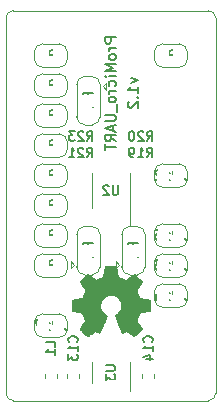
<source format=gbr>
%TF.GenerationSoftware,KiCad,Pcbnew,5.1.4-e60b266~84~ubuntu19.04.1*%
%TF.CreationDate,2020-03-15T10:47:17+00:00*%
%TF.ProjectId,ProMicro_UART,50726f4d-6963-4726-9f5f-554152542e6b,v1.2*%
%TF.SameCoordinates,Original*%
%TF.FileFunction,Legend,Bot*%
%TF.FilePolarity,Positive*%
%FSLAX45Y45*%
G04 Gerber Fmt 4.5, Leading zero omitted, Abs format (unit mm)*
G04 Created by KiCad (PCBNEW 5.1.4-e60b266~84~ubuntu19.04.1) date 2020-03-15 10:47:17*
%MOMM*%
%LPD*%
G04 APERTURE LIST*
%ADD10C,0.200000*%
%ADD11C,0.100000*%
%ADD12C,0.120000*%
%ADD13C,0.010000*%
%ADD14C,0.500000*%
%ADD15C,0.150000*%
%ADD16C,0.400000*%
%ADD17C,0.590000*%
%ADD18R,1.500000X1.000000*%
%ADD19C,0.875000*%
%ADD20R,0.650000X1.060000*%
%ADD21C,0.900000*%
%ADD22O,1.700000X1.700000*%
%ADD23R,1.700000X1.700000*%
%ADD24O,1.600000X1.600000*%
%ADD25R,1.600000X1.600000*%
G04 APERTURE END LIST*
D10*
X11093214Y-7808928D02*
X11153214Y-7830357D01*
X11093214Y-7851786D01*
X11153214Y-7933214D02*
X11153214Y-7881786D01*
X11153214Y-7907500D02*
X11063214Y-7907500D01*
X11076071Y-7898928D01*
X11084643Y-7890357D01*
X11088929Y-7881786D01*
X11144643Y-7971786D02*
X11148929Y-7976071D01*
X11153214Y-7971786D01*
X11148929Y-7967500D01*
X11144643Y-7971786D01*
X11153214Y-7971786D01*
X11071786Y-8010357D02*
X11067500Y-8014643D01*
X11063214Y-8023214D01*
X11063214Y-8044643D01*
X11067500Y-8053214D01*
X11071786Y-8057500D01*
X11080357Y-8061786D01*
X11088929Y-8061786D01*
X11101786Y-8057500D01*
X11153214Y-8006071D01*
X11153214Y-8061786D01*
X10962714Y-7466071D02*
X10872714Y-7466071D01*
X10872714Y-7500357D01*
X10877000Y-7508928D01*
X10881286Y-7513214D01*
X10889857Y-7517500D01*
X10902714Y-7517500D01*
X10911286Y-7513214D01*
X10915571Y-7508928D01*
X10919857Y-7500357D01*
X10919857Y-7466071D01*
X10962714Y-7556071D02*
X10902714Y-7556071D01*
X10919857Y-7556071D02*
X10911286Y-7560357D01*
X10907000Y-7564643D01*
X10902714Y-7573214D01*
X10902714Y-7581786D01*
X10962714Y-7624643D02*
X10958429Y-7616071D01*
X10954143Y-7611786D01*
X10945571Y-7607500D01*
X10919857Y-7607500D01*
X10911286Y-7611786D01*
X10907000Y-7616071D01*
X10902714Y-7624643D01*
X10902714Y-7637500D01*
X10907000Y-7646071D01*
X10911286Y-7650357D01*
X10919857Y-7654643D01*
X10945571Y-7654643D01*
X10954143Y-7650357D01*
X10958429Y-7646071D01*
X10962714Y-7637500D01*
X10962714Y-7624643D01*
X10962714Y-7693214D02*
X10872714Y-7693214D01*
X10937000Y-7723214D01*
X10872714Y-7753214D01*
X10962714Y-7753214D01*
X10962714Y-7796071D02*
X10902714Y-7796071D01*
X10872714Y-7796071D02*
X10877000Y-7791786D01*
X10881286Y-7796071D01*
X10877000Y-7800357D01*
X10872714Y-7796071D01*
X10881286Y-7796071D01*
X10958429Y-7877500D02*
X10962714Y-7868928D01*
X10962714Y-7851786D01*
X10958429Y-7843214D01*
X10954143Y-7838928D01*
X10945571Y-7834643D01*
X10919857Y-7834643D01*
X10911286Y-7838928D01*
X10907000Y-7843214D01*
X10902714Y-7851786D01*
X10902714Y-7868928D01*
X10907000Y-7877500D01*
X10962714Y-7916071D02*
X10902714Y-7916071D01*
X10919857Y-7916071D02*
X10911286Y-7920357D01*
X10907000Y-7924643D01*
X10902714Y-7933214D01*
X10902714Y-7941786D01*
X10962714Y-7984643D02*
X10958429Y-7976071D01*
X10954143Y-7971786D01*
X10945571Y-7967500D01*
X10919857Y-7967500D01*
X10911286Y-7971786D01*
X10907000Y-7976071D01*
X10902714Y-7984643D01*
X10902714Y-7997500D01*
X10907000Y-8006071D01*
X10911286Y-8010357D01*
X10919857Y-8014643D01*
X10945571Y-8014643D01*
X10954143Y-8010357D01*
X10958429Y-8006071D01*
X10962714Y-7997500D01*
X10962714Y-7984643D01*
X10971286Y-8031786D02*
X10971286Y-8100357D01*
X10872714Y-8121786D02*
X10945571Y-8121786D01*
X10954143Y-8126071D01*
X10958429Y-8130357D01*
X10962714Y-8138928D01*
X10962714Y-8156071D01*
X10958429Y-8164643D01*
X10954143Y-8168928D01*
X10945571Y-8173214D01*
X10872714Y-8173214D01*
X10937000Y-8211786D02*
X10937000Y-8254643D01*
X10962714Y-8203214D02*
X10872714Y-8233214D01*
X10962714Y-8263214D01*
X10962714Y-8344643D02*
X10919857Y-8314643D01*
X10962714Y-8293214D02*
X10872714Y-8293214D01*
X10872714Y-8327500D01*
X10877000Y-8336071D01*
X10881286Y-8340357D01*
X10889857Y-8344643D01*
X10902714Y-8344643D01*
X10911286Y-8340357D01*
X10915571Y-8336071D01*
X10919857Y-8327500D01*
X10919857Y-8293214D01*
X10872714Y-8370357D02*
X10872714Y-8421786D01*
X10962714Y-8396071D02*
X10872714Y-8396071D01*
D11*
X10096500Y-10541000D02*
G75*
G02X10033000Y-10477500I0J63500D01*
G01*
X11811000Y-10477500D02*
G75*
G02X11747500Y-10541000I-63500J0D01*
G01*
X11747500Y-7239000D02*
G75*
G02X11811000Y-7302500I0J-63500D01*
G01*
X10033000Y-7302500D02*
G75*
G02X10096500Y-7239000I63500J0D01*
G01*
X10033000Y-10477500D02*
X10033000Y-7302500D01*
X11747500Y-10541000D02*
X10096500Y-10541000D01*
X11811000Y-7302500D02*
X11811000Y-10477500D01*
X10096500Y-7239000D02*
X11747500Y-7239000D01*
D12*
X10484000Y-9806000D02*
X10344000Y-9806000D01*
X10274000Y-9876000D02*
X10274000Y-9936000D01*
X10344000Y-10006000D02*
X10484000Y-10006000D01*
X10554000Y-9936000D02*
X10554000Y-9876000D01*
X10554000Y-9876000D02*
G75*
G03X10484000Y-9806000I-70000J0D01*
G01*
X10484000Y-10006000D02*
G75*
G03X10554000Y-9936000I0J70000D01*
G01*
X10274000Y-9936000D02*
G75*
G03X10344000Y-10006000I70000J0D01*
G01*
X10344000Y-9806000D02*
G75*
G03X10274000Y-9876000I0J-70000D01*
G01*
X11083000Y-8763000D02*
X11083000Y-9055500D01*
X11083000Y-8763000D02*
X11083000Y-8613000D01*
X10761000Y-8763000D02*
X10761000Y-8913000D01*
X10761000Y-8763000D02*
X10761000Y-8613000D01*
D13*
G36*
X10866419Y-9449693D02*
G01*
X10858037Y-9494156D01*
X10827108Y-9506905D01*
X10796179Y-9519655D01*
X10759075Y-9494425D01*
X10748684Y-9487400D01*
X10739291Y-9481127D01*
X10731335Y-9475894D01*
X10725253Y-9471986D01*
X10721484Y-9469689D01*
X10720458Y-9469194D01*
X10718609Y-9470468D01*
X10714658Y-9473988D01*
X10709048Y-9479306D01*
X10702221Y-9485972D01*
X10694621Y-9493535D01*
X10686691Y-9501547D01*
X10678873Y-9509557D01*
X10671609Y-9517116D01*
X10665344Y-9523775D01*
X10660520Y-9529082D01*
X10657579Y-9532589D01*
X10656876Y-9533762D01*
X10657888Y-9535926D01*
X10660724Y-9540666D01*
X10665087Y-9547519D01*
X10670678Y-9556022D01*
X10677199Y-9565709D01*
X10680978Y-9571235D01*
X10687866Y-9581325D01*
X10693986Y-9590430D01*
X10699042Y-9598097D01*
X10702737Y-9603873D01*
X10704774Y-9607304D01*
X10705080Y-9608025D01*
X10704386Y-9610075D01*
X10702495Y-9614851D01*
X10699691Y-9621683D01*
X10696261Y-9629899D01*
X10692489Y-9638827D01*
X10688661Y-9647796D01*
X10685063Y-9656134D01*
X10681979Y-9663169D01*
X10679696Y-9668231D01*
X10678498Y-9670647D01*
X10678428Y-9670742D01*
X10676547Y-9671204D01*
X10671538Y-9672233D01*
X10663921Y-9673729D01*
X10654214Y-9675590D01*
X10642936Y-9677716D01*
X10636356Y-9678942D01*
X10624305Y-9681236D01*
X10613420Y-9683420D01*
X10604252Y-9685372D01*
X10597352Y-9686975D01*
X10593270Y-9688108D01*
X10592449Y-9688467D01*
X10591645Y-9690901D01*
X10590997Y-9696396D01*
X10590503Y-9704311D01*
X10590164Y-9714003D01*
X10589978Y-9724829D01*
X10589946Y-9736147D01*
X10590067Y-9747314D01*
X10590341Y-9757687D01*
X10590767Y-9766624D01*
X10591345Y-9773483D01*
X10592073Y-9777620D01*
X10592511Y-9778481D01*
X10595124Y-9779513D01*
X10600661Y-9780989D01*
X10608389Y-9782735D01*
X10617577Y-9784578D01*
X10620784Y-9785174D01*
X10636248Y-9788007D01*
X10648463Y-9790288D01*
X10657833Y-9792108D01*
X10664762Y-9793558D01*
X10669653Y-9794729D01*
X10672910Y-9795712D01*
X10674937Y-9796596D01*
X10676137Y-9797472D01*
X10676305Y-9797646D01*
X10677982Y-9800437D01*
X10680539Y-9805870D01*
X10683721Y-9813278D01*
X10687274Y-9821997D01*
X10690942Y-9831361D01*
X10694469Y-9840705D01*
X10697600Y-9849365D01*
X10700081Y-9856674D01*
X10701655Y-9861968D01*
X10702067Y-9864581D01*
X10702032Y-9864673D01*
X10700636Y-9866809D01*
X10697468Y-9871508D01*
X10692861Y-9878283D01*
X10687148Y-9886642D01*
X10680663Y-9896098D01*
X10678816Y-9898785D01*
X10672230Y-9908528D01*
X10666435Y-9917416D01*
X10661746Y-9924941D01*
X10658479Y-9930592D01*
X10656950Y-9933858D01*
X10656876Y-9934259D01*
X10658161Y-9936368D01*
X10661711Y-9940546D01*
X10667071Y-9946345D01*
X10673783Y-9953314D01*
X10681391Y-9961005D01*
X10689440Y-9968968D01*
X10697471Y-9976756D01*
X10705030Y-9983919D01*
X10711660Y-9990007D01*
X10716903Y-9994572D01*
X10720305Y-9997165D01*
X10721246Y-9997588D01*
X10723436Y-9996591D01*
X10727920Y-9993902D01*
X10733968Y-9989974D01*
X10738621Y-9986812D01*
X10747053Y-9981010D01*
X10757037Y-9974178D01*
X10767053Y-9967358D01*
X10772437Y-9963708D01*
X10790663Y-9951380D01*
X10805962Y-9959652D01*
X10812932Y-9963276D01*
X10818859Y-9966093D01*
X10822869Y-9967699D01*
X10823890Y-9967923D01*
X10825117Y-9966272D01*
X10827539Y-9961608D01*
X10830974Y-9954361D01*
X10835241Y-9944961D01*
X10840161Y-9933837D01*
X10845551Y-9921422D01*
X10851232Y-9908143D01*
X10857022Y-9894433D01*
X10862741Y-9880720D01*
X10868208Y-9867436D01*
X10873242Y-9855010D01*
X10877662Y-9843873D01*
X10881288Y-9834454D01*
X10883939Y-9827184D01*
X10885434Y-9822494D01*
X10885675Y-9820883D01*
X10883769Y-9818829D01*
X10879596Y-9815493D01*
X10874029Y-9811570D01*
X10873562Y-9811260D01*
X10859174Y-9799742D01*
X10847572Y-9786305D01*
X10838857Y-9771378D01*
X10833130Y-9755391D01*
X10830491Y-9738774D01*
X10831042Y-9721955D01*
X10834881Y-9705366D01*
X10842111Y-9689434D01*
X10844237Y-9685949D01*
X10855300Y-9671874D01*
X10868370Y-9660571D01*
X10882994Y-9652100D01*
X10898719Y-9646519D01*
X10915094Y-9643887D01*
X10931667Y-9644263D01*
X10947984Y-9647705D01*
X10963594Y-9654272D01*
X10978043Y-9664024D01*
X10982513Y-9667981D01*
X10993889Y-9680370D01*
X11002178Y-9693412D01*
X11007864Y-9708032D01*
X11011031Y-9722509D01*
X11011813Y-9738786D01*
X11009206Y-9755144D01*
X11003476Y-9771030D01*
X10994886Y-9785891D01*
X10983701Y-9799174D01*
X10970188Y-9810326D01*
X10968412Y-9811501D01*
X10962785Y-9815351D01*
X10958508Y-9818686D01*
X10956463Y-9820816D01*
X10956433Y-9820883D01*
X10956872Y-9823187D01*
X10958612Y-9828416D01*
X10961473Y-9836139D01*
X10965274Y-9845927D01*
X10969833Y-9857349D01*
X10974970Y-9869976D01*
X10980504Y-9883377D01*
X10986254Y-9897122D01*
X10992040Y-9910781D01*
X10997680Y-9923924D01*
X11002994Y-9936121D01*
X11007801Y-9946941D01*
X11011920Y-9955955D01*
X11015170Y-9962732D01*
X11017370Y-9966843D01*
X11018256Y-9967923D01*
X11020964Y-9967082D01*
X11026030Y-9964827D01*
X11032582Y-9961561D01*
X11036184Y-9959652D01*
X11051483Y-9951380D01*
X11069709Y-9963708D01*
X11079013Y-9970023D01*
X11089199Y-9976973D01*
X11098744Y-9983517D01*
X11103525Y-9986812D01*
X11110250Y-9991327D01*
X11115944Y-9994906D01*
X11119865Y-9997094D01*
X11121138Y-9997556D01*
X11122992Y-9996309D01*
X11127094Y-9992825D01*
X11133048Y-9987468D01*
X11140454Y-9980598D01*
X11148917Y-9972578D01*
X11154269Y-9967429D01*
X11163632Y-9958229D01*
X11171724Y-9950000D01*
X11178218Y-9943095D01*
X11182786Y-9937864D01*
X11185101Y-9934662D01*
X11185323Y-9934012D01*
X11184292Y-9931539D01*
X11181444Y-9926541D01*
X11177094Y-9919521D01*
X11171558Y-9910988D01*
X11165152Y-9901446D01*
X11163330Y-9898785D01*
X11156693Y-9889117D01*
X11150738Y-9880412D01*
X11145798Y-9873160D01*
X11142208Y-9867849D01*
X11140298Y-9864970D01*
X11140114Y-9864673D01*
X11140390Y-9862378D01*
X11141854Y-9857334D01*
X11144251Y-9850204D01*
X11147327Y-9841655D01*
X11150824Y-9832351D01*
X11154489Y-9822957D01*
X11158066Y-9814140D01*
X11161299Y-9806563D01*
X11163934Y-9800893D01*
X11165714Y-9797794D01*
X11165841Y-9797646D01*
X11166929Y-9796760D01*
X11168768Y-9795884D01*
X11171761Y-9794928D01*
X11176310Y-9793800D01*
X11182821Y-9792409D01*
X11191696Y-9790666D01*
X11203339Y-9788480D01*
X11218154Y-9785759D01*
X11221362Y-9785174D01*
X11230869Y-9783337D01*
X11239156Y-9781541D01*
X11245493Y-9779957D01*
X11249146Y-9778760D01*
X11249636Y-9778481D01*
X11250443Y-9776007D01*
X11251099Y-9770479D01*
X11251603Y-9762539D01*
X11251956Y-9752830D01*
X11252156Y-9741994D01*
X11252204Y-9730674D01*
X11252098Y-9719513D01*
X11251838Y-9709153D01*
X11251425Y-9700237D01*
X11250856Y-9693407D01*
X11250133Y-9689307D01*
X11249697Y-9688467D01*
X11247270Y-9687621D01*
X11241743Y-9686244D01*
X11233666Y-9684455D01*
X11223591Y-9682375D01*
X11212068Y-9680122D01*
X11205790Y-9678942D01*
X11193879Y-9676715D01*
X11183257Y-9674698D01*
X11174443Y-9672992D01*
X11167957Y-9671697D01*
X11164317Y-9670916D01*
X11163718Y-9670742D01*
X11162706Y-9668789D01*
X11160566Y-9664084D01*
X11157584Y-9657300D01*
X11154045Y-9649109D01*
X11150233Y-9640183D01*
X11146435Y-9631194D01*
X11142936Y-9622814D01*
X11140021Y-9615715D01*
X11137974Y-9610569D01*
X11137082Y-9608050D01*
X11137066Y-9607940D01*
X11138077Y-9605952D01*
X11140912Y-9601378D01*
X11145272Y-9594672D01*
X11150861Y-9586288D01*
X11157379Y-9576683D01*
X11161168Y-9571165D01*
X11168073Y-9561048D01*
X11174205Y-9551863D01*
X11179266Y-9544074D01*
X11182957Y-9538147D01*
X11184978Y-9534545D01*
X11185270Y-9533738D01*
X11184015Y-9531858D01*
X11180546Y-9527846D01*
X11175306Y-9522149D01*
X11168738Y-9515219D01*
X11161286Y-9507503D01*
X11153391Y-9499453D01*
X11145498Y-9491516D01*
X11138050Y-9484144D01*
X11131489Y-9477785D01*
X11126260Y-9472889D01*
X11122804Y-9469906D01*
X11121648Y-9469194D01*
X11119765Y-9470195D01*
X11115263Y-9473008D01*
X11108579Y-9477345D01*
X11100150Y-9482922D01*
X11090414Y-9489451D01*
X11083071Y-9494425D01*
X11045967Y-9519655D01*
X10984110Y-9494156D01*
X10975728Y-9449693D01*
X10967345Y-9405231D01*
X10874801Y-9405231D01*
X10866419Y-9449693D01*
X10866419Y-9449693D01*
G37*
X10866419Y-9449693D02*
X10858037Y-9494156D01*
X10827108Y-9506905D01*
X10796179Y-9519655D01*
X10759075Y-9494425D01*
X10748684Y-9487400D01*
X10739291Y-9481127D01*
X10731335Y-9475894D01*
X10725253Y-9471986D01*
X10721484Y-9469689D01*
X10720458Y-9469194D01*
X10718609Y-9470468D01*
X10714658Y-9473988D01*
X10709048Y-9479306D01*
X10702221Y-9485972D01*
X10694621Y-9493535D01*
X10686691Y-9501547D01*
X10678873Y-9509557D01*
X10671609Y-9517116D01*
X10665344Y-9523775D01*
X10660520Y-9529082D01*
X10657579Y-9532589D01*
X10656876Y-9533762D01*
X10657888Y-9535926D01*
X10660724Y-9540666D01*
X10665087Y-9547519D01*
X10670678Y-9556022D01*
X10677199Y-9565709D01*
X10680978Y-9571235D01*
X10687866Y-9581325D01*
X10693986Y-9590430D01*
X10699042Y-9598097D01*
X10702737Y-9603873D01*
X10704774Y-9607304D01*
X10705080Y-9608025D01*
X10704386Y-9610075D01*
X10702495Y-9614851D01*
X10699691Y-9621683D01*
X10696261Y-9629899D01*
X10692489Y-9638827D01*
X10688661Y-9647796D01*
X10685063Y-9656134D01*
X10681979Y-9663169D01*
X10679696Y-9668231D01*
X10678498Y-9670647D01*
X10678428Y-9670742D01*
X10676547Y-9671204D01*
X10671538Y-9672233D01*
X10663921Y-9673729D01*
X10654214Y-9675590D01*
X10642936Y-9677716D01*
X10636356Y-9678942D01*
X10624305Y-9681236D01*
X10613420Y-9683420D01*
X10604252Y-9685372D01*
X10597352Y-9686975D01*
X10593270Y-9688108D01*
X10592449Y-9688467D01*
X10591645Y-9690901D01*
X10590997Y-9696396D01*
X10590503Y-9704311D01*
X10590164Y-9714003D01*
X10589978Y-9724829D01*
X10589946Y-9736147D01*
X10590067Y-9747314D01*
X10590341Y-9757687D01*
X10590767Y-9766624D01*
X10591345Y-9773483D01*
X10592073Y-9777620D01*
X10592511Y-9778481D01*
X10595124Y-9779513D01*
X10600661Y-9780989D01*
X10608389Y-9782735D01*
X10617577Y-9784578D01*
X10620784Y-9785174D01*
X10636248Y-9788007D01*
X10648463Y-9790288D01*
X10657833Y-9792108D01*
X10664762Y-9793558D01*
X10669653Y-9794729D01*
X10672910Y-9795712D01*
X10674937Y-9796596D01*
X10676137Y-9797472D01*
X10676305Y-9797646D01*
X10677982Y-9800437D01*
X10680539Y-9805870D01*
X10683721Y-9813278D01*
X10687274Y-9821997D01*
X10690942Y-9831361D01*
X10694469Y-9840705D01*
X10697600Y-9849365D01*
X10700081Y-9856674D01*
X10701655Y-9861968D01*
X10702067Y-9864581D01*
X10702032Y-9864673D01*
X10700636Y-9866809D01*
X10697468Y-9871508D01*
X10692861Y-9878283D01*
X10687148Y-9886642D01*
X10680663Y-9896098D01*
X10678816Y-9898785D01*
X10672230Y-9908528D01*
X10666435Y-9917416D01*
X10661746Y-9924941D01*
X10658479Y-9930592D01*
X10656950Y-9933858D01*
X10656876Y-9934259D01*
X10658161Y-9936368D01*
X10661711Y-9940546D01*
X10667071Y-9946345D01*
X10673783Y-9953314D01*
X10681391Y-9961005D01*
X10689440Y-9968968D01*
X10697471Y-9976756D01*
X10705030Y-9983919D01*
X10711660Y-9990007D01*
X10716903Y-9994572D01*
X10720305Y-9997165D01*
X10721246Y-9997588D01*
X10723436Y-9996591D01*
X10727920Y-9993902D01*
X10733968Y-9989974D01*
X10738621Y-9986812D01*
X10747053Y-9981010D01*
X10757037Y-9974178D01*
X10767053Y-9967358D01*
X10772437Y-9963708D01*
X10790663Y-9951380D01*
X10805962Y-9959652D01*
X10812932Y-9963276D01*
X10818859Y-9966093D01*
X10822869Y-9967699D01*
X10823890Y-9967923D01*
X10825117Y-9966272D01*
X10827539Y-9961608D01*
X10830974Y-9954361D01*
X10835241Y-9944961D01*
X10840161Y-9933837D01*
X10845551Y-9921422D01*
X10851232Y-9908143D01*
X10857022Y-9894433D01*
X10862741Y-9880720D01*
X10868208Y-9867436D01*
X10873242Y-9855010D01*
X10877662Y-9843873D01*
X10881288Y-9834454D01*
X10883939Y-9827184D01*
X10885434Y-9822494D01*
X10885675Y-9820883D01*
X10883769Y-9818829D01*
X10879596Y-9815493D01*
X10874029Y-9811570D01*
X10873562Y-9811260D01*
X10859174Y-9799742D01*
X10847572Y-9786305D01*
X10838857Y-9771378D01*
X10833130Y-9755391D01*
X10830491Y-9738774D01*
X10831042Y-9721955D01*
X10834881Y-9705366D01*
X10842111Y-9689434D01*
X10844237Y-9685949D01*
X10855300Y-9671874D01*
X10868370Y-9660571D01*
X10882994Y-9652100D01*
X10898719Y-9646519D01*
X10915094Y-9643887D01*
X10931667Y-9644263D01*
X10947984Y-9647705D01*
X10963594Y-9654272D01*
X10978043Y-9664024D01*
X10982513Y-9667981D01*
X10993889Y-9680370D01*
X11002178Y-9693412D01*
X11007864Y-9708032D01*
X11011031Y-9722509D01*
X11011813Y-9738786D01*
X11009206Y-9755144D01*
X11003476Y-9771030D01*
X10994886Y-9785891D01*
X10983701Y-9799174D01*
X10970188Y-9810326D01*
X10968412Y-9811501D01*
X10962785Y-9815351D01*
X10958508Y-9818686D01*
X10956463Y-9820816D01*
X10956433Y-9820883D01*
X10956872Y-9823187D01*
X10958612Y-9828416D01*
X10961473Y-9836139D01*
X10965274Y-9845927D01*
X10969833Y-9857349D01*
X10974970Y-9869976D01*
X10980504Y-9883377D01*
X10986254Y-9897122D01*
X10992040Y-9910781D01*
X10997680Y-9923924D01*
X11002994Y-9936121D01*
X11007801Y-9946941D01*
X11011920Y-9955955D01*
X11015170Y-9962732D01*
X11017370Y-9966843D01*
X11018256Y-9967923D01*
X11020964Y-9967082D01*
X11026030Y-9964827D01*
X11032582Y-9961561D01*
X11036184Y-9959652D01*
X11051483Y-9951380D01*
X11069709Y-9963708D01*
X11079013Y-9970023D01*
X11089199Y-9976973D01*
X11098744Y-9983517D01*
X11103525Y-9986812D01*
X11110250Y-9991327D01*
X11115944Y-9994906D01*
X11119865Y-9997094D01*
X11121138Y-9997556D01*
X11122992Y-9996309D01*
X11127094Y-9992825D01*
X11133048Y-9987468D01*
X11140454Y-9980598D01*
X11148917Y-9972578D01*
X11154269Y-9967429D01*
X11163632Y-9958229D01*
X11171724Y-9950000D01*
X11178218Y-9943095D01*
X11182786Y-9937864D01*
X11185101Y-9934662D01*
X11185323Y-9934012D01*
X11184292Y-9931539D01*
X11181444Y-9926541D01*
X11177094Y-9919521D01*
X11171558Y-9910988D01*
X11165152Y-9901446D01*
X11163330Y-9898785D01*
X11156693Y-9889117D01*
X11150738Y-9880412D01*
X11145798Y-9873160D01*
X11142208Y-9867849D01*
X11140298Y-9864970D01*
X11140114Y-9864673D01*
X11140390Y-9862378D01*
X11141854Y-9857334D01*
X11144251Y-9850204D01*
X11147327Y-9841655D01*
X11150824Y-9832351D01*
X11154489Y-9822957D01*
X11158066Y-9814140D01*
X11161299Y-9806563D01*
X11163934Y-9800893D01*
X11165714Y-9797794D01*
X11165841Y-9797646D01*
X11166929Y-9796760D01*
X11168768Y-9795884D01*
X11171761Y-9794928D01*
X11176310Y-9793800D01*
X11182821Y-9792409D01*
X11191696Y-9790666D01*
X11203339Y-9788480D01*
X11218154Y-9785759D01*
X11221362Y-9785174D01*
X11230869Y-9783337D01*
X11239156Y-9781541D01*
X11245493Y-9779957D01*
X11249146Y-9778760D01*
X11249636Y-9778481D01*
X11250443Y-9776007D01*
X11251099Y-9770479D01*
X11251603Y-9762539D01*
X11251956Y-9752830D01*
X11252156Y-9741994D01*
X11252204Y-9730674D01*
X11252098Y-9719513D01*
X11251838Y-9709153D01*
X11251425Y-9700237D01*
X11250856Y-9693407D01*
X11250133Y-9689307D01*
X11249697Y-9688467D01*
X11247270Y-9687621D01*
X11241743Y-9686244D01*
X11233666Y-9684455D01*
X11223591Y-9682375D01*
X11212068Y-9680122D01*
X11205790Y-9678942D01*
X11193879Y-9676715D01*
X11183257Y-9674698D01*
X11174443Y-9672992D01*
X11167957Y-9671697D01*
X11164317Y-9670916D01*
X11163718Y-9670742D01*
X11162706Y-9668789D01*
X11160566Y-9664084D01*
X11157584Y-9657300D01*
X11154045Y-9649109D01*
X11150233Y-9640183D01*
X11146435Y-9631194D01*
X11142936Y-9622814D01*
X11140021Y-9615715D01*
X11137974Y-9610569D01*
X11137082Y-9608050D01*
X11137066Y-9607940D01*
X11138077Y-9605952D01*
X11140912Y-9601378D01*
X11145272Y-9594672D01*
X11150861Y-9586288D01*
X11157379Y-9576683D01*
X11161168Y-9571165D01*
X11168073Y-9561048D01*
X11174205Y-9551863D01*
X11179266Y-9544074D01*
X11182957Y-9538147D01*
X11184978Y-9534545D01*
X11185270Y-9533738D01*
X11184015Y-9531858D01*
X11180546Y-9527846D01*
X11175306Y-9522149D01*
X11168738Y-9515219D01*
X11161286Y-9507503D01*
X11153391Y-9499453D01*
X11145498Y-9491516D01*
X11138050Y-9484144D01*
X11131489Y-9477785D01*
X11126260Y-9472889D01*
X11122804Y-9469906D01*
X11121648Y-9469194D01*
X11119765Y-9470195D01*
X11115263Y-9473008D01*
X11108579Y-9477345D01*
X11100150Y-9482922D01*
X11090414Y-9489451D01*
X11083071Y-9494425D01*
X11045967Y-9519655D01*
X10984110Y-9494156D01*
X10975728Y-9449693D01*
X10967345Y-9405231D01*
X10874801Y-9405231D01*
X10866419Y-9449693D01*
D12*
X10761500Y-9476000D02*
G75*
G03X10831500Y-9406000I0J70000D01*
G01*
X10631500Y-9406000D02*
G75*
G03X10701500Y-9476000I70000J0D01*
G01*
X10701500Y-9066000D02*
G75*
G03X10631500Y-9136000I0J-70000D01*
G01*
X10831500Y-9136000D02*
G75*
G03X10761500Y-9066000I-70000J0D01*
G01*
X10831500Y-9411000D02*
X10831500Y-9131000D01*
X10761500Y-9066000D02*
X10701500Y-9066000D01*
X10631500Y-9131000D02*
X10631500Y-9411000D01*
X10701500Y-9476000D02*
X10761500Y-9476000D01*
X10611500Y-9391000D02*
X10581500Y-9421000D01*
X10581500Y-9421000D02*
X10581500Y-9361000D01*
X10611500Y-9391000D02*
X10581500Y-9361000D01*
X11142500Y-9476000D02*
G75*
G03X11212500Y-9406000I0J70000D01*
G01*
X11012500Y-9406000D02*
G75*
G03X11082500Y-9476000I70000J0D01*
G01*
X11082500Y-9066000D02*
G75*
G03X11012500Y-9136000I0J-70000D01*
G01*
X11212500Y-9136000D02*
G75*
G03X11142500Y-9066000I-70000J0D01*
G01*
X11212500Y-9411000D02*
X11212500Y-9131000D01*
X11142500Y-9066000D02*
X11082500Y-9066000D01*
X11012500Y-9131000D02*
X11012500Y-9411000D01*
X11082500Y-9476000D02*
X11142500Y-9476000D01*
X10992500Y-9391000D02*
X10962500Y-9421000D01*
X10962500Y-9421000D02*
X10962500Y-9361000D01*
X10992500Y-9391000D02*
X10962500Y-9361000D01*
X11290500Y-10318972D02*
X11290500Y-10351528D01*
X11188500Y-10318972D02*
X11188500Y-10351528D01*
X10553500Y-10351528D02*
X10553500Y-10318972D01*
X10655500Y-10351528D02*
X10655500Y-10318972D01*
X10701500Y-7796000D02*
G75*
G03X10631500Y-7866000I0J-70000D01*
G01*
X10831500Y-7866000D02*
G75*
G03X10761500Y-7796000I-70000J0D01*
G01*
X10761500Y-8206000D02*
G75*
G03X10831500Y-8136000I0J70000D01*
G01*
X10631500Y-8136000D02*
G75*
G03X10701500Y-8206000I70000J0D01*
G01*
X10631500Y-7861000D02*
X10631500Y-8141000D01*
X10701500Y-8206000D02*
X10761500Y-8206000D01*
X10831500Y-8141000D02*
X10831500Y-7861000D01*
X10761500Y-7796000D02*
X10701500Y-7796000D01*
X10851500Y-7881000D02*
X10881500Y-7851000D01*
X10881500Y-7851000D02*
X10881500Y-7911000D01*
X10851500Y-7881000D02*
X10881500Y-7911000D01*
X11083000Y-10214000D02*
X11083000Y-10459000D01*
X10761000Y-10394000D02*
X10761000Y-10214000D01*
X10363000Y-10351528D02*
X10363000Y-10318972D01*
X10465000Y-10351528D02*
X10465000Y-10318972D01*
X11360000Y-9244000D02*
X11500000Y-9244000D01*
X11570000Y-9174000D02*
X11570000Y-9114000D01*
X11500000Y-9044000D02*
X11360000Y-9044000D01*
X11290000Y-9114000D02*
X11290000Y-9174000D01*
X11290000Y-9174000D02*
G75*
G03X11360000Y-9244000I70000J0D01*
G01*
X11360000Y-9044000D02*
G75*
G03X11290000Y-9114000I0J-70000D01*
G01*
X11570000Y-9114000D02*
G75*
G03X11500000Y-9044000I-70000J0D01*
G01*
X11500000Y-9244000D02*
G75*
G03X11570000Y-9174000I0J70000D01*
G01*
X11360000Y-9752000D02*
X11500000Y-9752000D01*
X11570000Y-9682000D02*
X11570000Y-9622000D01*
X11500000Y-9552000D02*
X11360000Y-9552000D01*
X11290000Y-9622000D02*
X11290000Y-9682000D01*
X11290000Y-9682000D02*
G75*
G03X11360000Y-9752000I70000J0D01*
G01*
X11360000Y-9552000D02*
G75*
G03X11290000Y-9622000I0J-70000D01*
G01*
X11570000Y-9622000D02*
G75*
G03X11500000Y-9552000I-70000J0D01*
G01*
X11500000Y-9752000D02*
G75*
G03X11570000Y-9682000I0J70000D01*
G01*
X11360000Y-9498000D02*
X11500000Y-9498000D01*
X11570000Y-9428000D02*
X11570000Y-9368000D01*
X11500000Y-9298000D02*
X11360000Y-9298000D01*
X11290000Y-9368000D02*
X11290000Y-9428000D01*
X11290000Y-9428000D02*
G75*
G03X11360000Y-9498000I70000J0D01*
G01*
X11360000Y-9298000D02*
G75*
G03X11290000Y-9368000I0J-70000D01*
G01*
X11570000Y-9368000D02*
G75*
G03X11500000Y-9298000I-70000J0D01*
G01*
X11500000Y-9498000D02*
G75*
G03X11570000Y-9428000I0J70000D01*
G01*
X11360000Y-8736000D02*
X11500000Y-8736000D01*
X11570000Y-8666000D02*
X11570000Y-8606000D01*
X11500000Y-8536000D02*
X11360000Y-8536000D01*
X11290000Y-8606000D02*
X11290000Y-8666000D01*
X11290000Y-8666000D02*
G75*
G03X11360000Y-8736000I70000J0D01*
G01*
X11360000Y-8536000D02*
G75*
G03X11290000Y-8606000I0J-70000D01*
G01*
X11570000Y-8606000D02*
G75*
G03X11500000Y-8536000I-70000J0D01*
G01*
X11500000Y-8736000D02*
G75*
G03X11570000Y-8666000I0J70000D01*
G01*
X10484000Y-9044000D02*
X10344000Y-9044000D01*
X10274000Y-9114000D02*
X10274000Y-9174000D01*
X10344000Y-9244000D02*
X10484000Y-9244000D01*
X10554000Y-9174000D02*
X10554000Y-9114000D01*
X10554000Y-9114000D02*
G75*
G03X10484000Y-9044000I-70000J0D01*
G01*
X10484000Y-9244000D02*
G75*
G03X10554000Y-9174000I0J70000D01*
G01*
X10274000Y-9174000D02*
G75*
G03X10344000Y-9244000I70000J0D01*
G01*
X10344000Y-9044000D02*
G75*
G03X10274000Y-9114000I0J-70000D01*
G01*
X10484000Y-8790000D02*
X10344000Y-8790000D01*
X10274000Y-8860000D02*
X10274000Y-8920000D01*
X10344000Y-8990000D02*
X10484000Y-8990000D01*
X10554000Y-8920000D02*
X10554000Y-8860000D01*
X10554000Y-8860000D02*
G75*
G03X10484000Y-8790000I-70000J0D01*
G01*
X10484000Y-8990000D02*
G75*
G03X10554000Y-8920000I0J70000D01*
G01*
X10274000Y-8920000D02*
G75*
G03X10344000Y-8990000I70000J0D01*
G01*
X10344000Y-8790000D02*
G75*
G03X10274000Y-8860000I0J-70000D01*
G01*
X10484000Y-8536000D02*
X10344000Y-8536000D01*
X10274000Y-8606000D02*
X10274000Y-8666000D01*
X10344000Y-8736000D02*
X10484000Y-8736000D01*
X10554000Y-8666000D02*
X10554000Y-8606000D01*
X10554000Y-8606000D02*
G75*
G03X10484000Y-8536000I-70000J0D01*
G01*
X10484000Y-8736000D02*
G75*
G03X10554000Y-8666000I0J70000D01*
G01*
X10274000Y-8666000D02*
G75*
G03X10344000Y-8736000I70000J0D01*
G01*
X10344000Y-8536000D02*
G75*
G03X10274000Y-8606000I0J-70000D01*
G01*
X10484000Y-9298000D02*
X10344000Y-9298000D01*
X10274000Y-9368000D02*
X10274000Y-9428000D01*
X10344000Y-9498000D02*
X10484000Y-9498000D01*
X10554000Y-9428000D02*
X10554000Y-9368000D01*
X10554000Y-9368000D02*
G75*
G03X10484000Y-9298000I-70000J0D01*
G01*
X10484000Y-9498000D02*
G75*
G03X10554000Y-9428000I0J70000D01*
G01*
X10274000Y-9428000D02*
G75*
G03X10344000Y-9498000I70000J0D01*
G01*
X10344000Y-9298000D02*
G75*
G03X10274000Y-9368000I0J-70000D01*
G01*
X10484000Y-7520000D02*
X10344000Y-7520000D01*
X10274000Y-7590000D02*
X10274000Y-7650000D01*
X10344000Y-7720000D02*
X10484000Y-7720000D01*
X10554000Y-7650000D02*
X10554000Y-7590000D01*
X10554000Y-7590000D02*
G75*
G03X10484000Y-7520000I-70000J0D01*
G01*
X10484000Y-7720000D02*
G75*
G03X10554000Y-7650000I0J70000D01*
G01*
X10274000Y-7650000D02*
G75*
G03X10344000Y-7720000I70000J0D01*
G01*
X10344000Y-7520000D02*
G75*
G03X10274000Y-7590000I0J-70000D01*
G01*
X11360000Y-7720000D02*
X11500000Y-7720000D01*
X11570000Y-7650000D02*
X11570000Y-7590000D01*
X11500000Y-7520000D02*
X11360000Y-7520000D01*
X11290000Y-7590000D02*
X11290000Y-7650000D01*
X11290000Y-7650000D02*
G75*
G03X11360000Y-7720000I70000J0D01*
G01*
X11360000Y-7520000D02*
G75*
G03X11290000Y-7590000I0J-70000D01*
G01*
X11570000Y-7590000D02*
G75*
G03X11500000Y-7520000I-70000J0D01*
G01*
X11500000Y-7720000D02*
G75*
G03X11570000Y-7650000I0J70000D01*
G01*
X10484000Y-8028000D02*
X10344000Y-8028000D01*
X10274000Y-8098000D02*
X10274000Y-8158000D01*
X10344000Y-8228000D02*
X10484000Y-8228000D01*
X10554000Y-8158000D02*
X10554000Y-8098000D01*
X10554000Y-8098000D02*
G75*
G03X10484000Y-8028000I-70000J0D01*
G01*
X10484000Y-8228000D02*
G75*
G03X10554000Y-8158000I0J70000D01*
G01*
X10274000Y-8158000D02*
G75*
G03X10344000Y-8228000I70000J0D01*
G01*
X10344000Y-8028000D02*
G75*
G03X10274000Y-8098000I0J-70000D01*
G01*
X10484000Y-7774000D02*
X10344000Y-7774000D01*
X10274000Y-7844000D02*
X10274000Y-7904000D01*
X10344000Y-7974000D02*
X10484000Y-7974000D01*
X10554000Y-7904000D02*
X10554000Y-7844000D01*
X10554000Y-7844000D02*
G75*
G03X10484000Y-7774000I-70000J0D01*
G01*
X10484000Y-7974000D02*
G75*
G03X10554000Y-7904000I0J70000D01*
G01*
X10274000Y-7904000D02*
G75*
G03X10344000Y-7974000I70000J0D01*
G01*
X10344000Y-7774000D02*
G75*
G03X10274000Y-7844000I0J-70000D01*
G01*
X10484000Y-8282000D02*
X10344000Y-8282000D01*
X10274000Y-8352000D02*
X10274000Y-8412000D01*
X10344000Y-8482000D02*
X10484000Y-8482000D01*
X10554000Y-8412000D02*
X10554000Y-8352000D01*
X10554000Y-8352000D02*
G75*
G03X10484000Y-8282000I-70000J0D01*
G01*
X10484000Y-8482000D02*
G75*
G03X10554000Y-8412000I0J70000D01*
G01*
X10274000Y-8412000D02*
G75*
G03X10344000Y-8482000I70000J0D01*
G01*
X10344000Y-8282000D02*
G75*
G03X10274000Y-8352000I0J-70000D01*
G01*
D10*
X10518762Y-9862190D02*
X10518762Y-9919333D01*
X10522571Y-9930762D01*
X10530190Y-9938381D01*
X10541619Y-9942190D01*
X10549238Y-9942190D01*
X10480667Y-9942190D02*
X10480667Y-9862190D01*
X10450190Y-9862190D01*
X10442571Y-9866000D01*
X10438762Y-9869810D01*
X10434952Y-9877429D01*
X10434952Y-9888857D01*
X10438762Y-9896476D01*
X10442571Y-9900286D01*
X10450190Y-9904095D01*
X10480667Y-9904095D01*
X10358762Y-9942190D02*
X10404476Y-9942190D01*
X10381619Y-9942190D02*
X10381619Y-9862190D01*
X10389238Y-9873619D01*
X10396857Y-9881238D01*
X10404476Y-9885048D01*
X10332095Y-9862190D02*
X10278762Y-9862190D01*
X10313048Y-9942190D01*
X10982952Y-8719190D02*
X10982952Y-8783952D01*
X10979143Y-8791571D01*
X10975333Y-8795381D01*
X10967714Y-8799190D01*
X10952476Y-8799190D01*
X10944857Y-8795381D01*
X10941048Y-8791571D01*
X10937238Y-8783952D01*
X10937238Y-8719190D01*
X10902952Y-8726810D02*
X10899143Y-8723000D01*
X10891524Y-8719190D01*
X10872476Y-8719190D01*
X10864857Y-8723000D01*
X10861048Y-8726810D01*
X10857238Y-8734429D01*
X10857238Y-8742048D01*
X10861048Y-8753476D01*
X10906762Y-8799190D01*
X10857238Y-8799190D01*
X10719429Y-8341990D02*
X10746095Y-8303895D01*
X10765143Y-8341990D02*
X10765143Y-8261990D01*
X10734667Y-8261990D01*
X10727048Y-8265800D01*
X10723238Y-8269609D01*
X10719429Y-8277228D01*
X10719429Y-8288657D01*
X10723238Y-8296276D01*
X10727048Y-8300086D01*
X10734667Y-8303895D01*
X10765143Y-8303895D01*
X10688952Y-8269609D02*
X10685143Y-8265800D01*
X10677524Y-8261990D01*
X10658476Y-8261990D01*
X10650857Y-8265800D01*
X10647048Y-8269609D01*
X10643238Y-8277228D01*
X10643238Y-8284848D01*
X10647048Y-8296276D01*
X10692762Y-8341990D01*
X10643238Y-8341990D01*
X10616571Y-8261990D02*
X10567048Y-8261990D01*
X10593714Y-8292467D01*
X10582286Y-8292467D01*
X10574667Y-8296276D01*
X10570857Y-8300086D01*
X10567048Y-8307705D01*
X10567048Y-8326752D01*
X10570857Y-8334371D01*
X10574667Y-8338181D01*
X10582286Y-8341990D01*
X10605143Y-8341990D01*
X10612762Y-8338181D01*
X10616571Y-8334371D01*
X10719429Y-8481690D02*
X10746095Y-8443595D01*
X10765143Y-8481690D02*
X10765143Y-8401690D01*
X10734667Y-8401690D01*
X10727048Y-8405500D01*
X10723238Y-8409310D01*
X10719429Y-8416929D01*
X10719429Y-8428357D01*
X10723238Y-8435976D01*
X10727048Y-8439786D01*
X10734667Y-8443595D01*
X10765143Y-8443595D01*
X10688952Y-8409310D02*
X10685143Y-8405500D01*
X10677524Y-8401690D01*
X10658476Y-8401690D01*
X10650857Y-8405500D01*
X10647048Y-8409310D01*
X10643238Y-8416929D01*
X10643238Y-8424548D01*
X10647048Y-8435976D01*
X10692762Y-8481690D01*
X10643238Y-8481690D01*
X10567048Y-8481690D02*
X10612762Y-8481690D01*
X10589905Y-8481690D02*
X10589905Y-8401690D01*
X10597524Y-8413119D01*
X10605143Y-8420738D01*
X10612762Y-8424548D01*
X11227428Y-8341990D02*
X11254095Y-8303895D01*
X11273143Y-8341990D02*
X11273143Y-8261990D01*
X11242667Y-8261990D01*
X11235048Y-8265800D01*
X11231238Y-8269609D01*
X11227428Y-8277228D01*
X11227428Y-8288657D01*
X11231238Y-8296276D01*
X11235048Y-8300086D01*
X11242667Y-8303895D01*
X11273143Y-8303895D01*
X11196952Y-8269609D02*
X11193143Y-8265800D01*
X11185524Y-8261990D01*
X11166476Y-8261990D01*
X11158857Y-8265800D01*
X11155048Y-8269609D01*
X11151238Y-8277228D01*
X11151238Y-8284848D01*
X11155048Y-8296276D01*
X11200762Y-8341990D01*
X11151238Y-8341990D01*
X11101714Y-8261990D02*
X11094095Y-8261990D01*
X11086476Y-8265800D01*
X11082667Y-8269609D01*
X11078857Y-8277228D01*
X11075048Y-8292467D01*
X11075048Y-8311514D01*
X11078857Y-8326752D01*
X11082667Y-8334371D01*
X11086476Y-8338181D01*
X11094095Y-8341990D01*
X11101714Y-8341990D01*
X11109333Y-8338181D01*
X11113143Y-8334371D01*
X11116952Y-8326752D01*
X11120762Y-8311514D01*
X11120762Y-8292467D01*
X11116952Y-8277228D01*
X11113143Y-8269609D01*
X11109333Y-8265800D01*
X11101714Y-8261990D01*
X11227428Y-8481690D02*
X11254095Y-8443595D01*
X11273143Y-8481690D02*
X11273143Y-8401690D01*
X11242667Y-8401690D01*
X11235048Y-8405500D01*
X11231238Y-8409310D01*
X11227428Y-8416929D01*
X11227428Y-8428357D01*
X11231238Y-8435976D01*
X11235048Y-8439786D01*
X11242667Y-8443595D01*
X11273143Y-8443595D01*
X11151238Y-8481690D02*
X11196952Y-8481690D01*
X11174095Y-8481690D02*
X11174095Y-8401690D01*
X11181714Y-8413119D01*
X11189333Y-8420738D01*
X11196952Y-8424548D01*
X11113143Y-8481690D02*
X11097905Y-8481690D01*
X11090286Y-8477881D01*
X11086476Y-8474071D01*
X11078857Y-8462643D01*
X11075048Y-8447405D01*
X11075048Y-8416929D01*
X11078857Y-8409310D01*
X11082667Y-8405500D01*
X11090286Y-8401690D01*
X11105524Y-8401690D01*
X11113143Y-8405500D01*
X11116952Y-8409310D01*
X11120762Y-8416929D01*
X11120762Y-8435976D01*
X11116952Y-8443595D01*
X11113143Y-8447405D01*
X11105524Y-8451214D01*
X11090286Y-8451214D01*
X11082667Y-8447405D01*
X11078857Y-8443595D01*
X11075048Y-8435976D01*
X10687690Y-9166238D02*
X10744833Y-9166238D01*
X10756262Y-9162429D01*
X10763881Y-9154810D01*
X10767690Y-9143381D01*
X10767690Y-9135762D01*
X10767690Y-9204333D02*
X10687690Y-9204333D01*
X10687690Y-9234810D01*
X10691500Y-9242429D01*
X10695310Y-9246238D01*
X10702929Y-9250048D01*
X10714357Y-9250048D01*
X10721976Y-9246238D01*
X10725786Y-9242429D01*
X10729595Y-9234810D01*
X10729595Y-9204333D01*
X10767690Y-9326238D02*
X10767690Y-9280524D01*
X10767690Y-9303381D02*
X10687690Y-9303381D01*
X10699119Y-9295762D01*
X10706738Y-9288143D01*
X10710548Y-9280524D01*
X10767690Y-9402429D02*
X10767690Y-9356714D01*
X10767690Y-9379571D02*
X10687690Y-9379571D01*
X10699119Y-9371952D01*
X10706738Y-9364333D01*
X10710548Y-9356714D01*
X11068690Y-9166238D02*
X11125833Y-9166238D01*
X11137262Y-9162429D01*
X11144881Y-9154810D01*
X11148690Y-9143381D01*
X11148690Y-9135762D01*
X11148690Y-9204333D02*
X11068690Y-9204333D01*
X11068690Y-9234810D01*
X11072500Y-9242429D01*
X11076310Y-9246238D01*
X11083929Y-9250048D01*
X11095357Y-9250048D01*
X11102976Y-9246238D01*
X11106786Y-9242429D01*
X11110595Y-9234810D01*
X11110595Y-9204333D01*
X11148690Y-9326238D02*
X11148690Y-9280524D01*
X11148690Y-9303381D02*
X11068690Y-9303381D01*
X11080119Y-9295762D01*
X11087738Y-9288143D01*
X11091548Y-9280524D01*
X11068690Y-9375762D02*
X11068690Y-9383381D01*
X11072500Y-9391000D01*
X11076310Y-9394810D01*
X11083929Y-9398619D01*
X11099167Y-9402429D01*
X11118214Y-9402429D01*
X11133452Y-9398619D01*
X11141071Y-9394810D01*
X11144881Y-9391000D01*
X11148690Y-9383381D01*
X11148690Y-9375762D01*
X11144881Y-9368143D01*
X11141071Y-9364333D01*
X11133452Y-9360524D01*
X11118214Y-9356714D01*
X11099167Y-9356714D01*
X11083929Y-9360524D01*
X11076310Y-9364333D01*
X11072500Y-9368143D01*
X11068690Y-9375762D01*
X11268071Y-10045071D02*
X11271881Y-10041262D01*
X11275690Y-10029833D01*
X11275690Y-10022214D01*
X11271881Y-10010786D01*
X11264262Y-10003167D01*
X11256643Y-9999357D01*
X11241405Y-9995548D01*
X11229976Y-9995548D01*
X11214738Y-9999357D01*
X11207119Y-10003167D01*
X11199500Y-10010786D01*
X11195690Y-10022214D01*
X11195690Y-10029833D01*
X11199500Y-10041262D01*
X11203309Y-10045071D01*
X11275690Y-10121262D02*
X11275690Y-10075548D01*
X11275690Y-10098405D02*
X11195690Y-10098405D01*
X11207119Y-10090786D01*
X11214738Y-10083167D01*
X11218548Y-10075548D01*
X11222357Y-10189833D02*
X11275690Y-10189833D01*
X11191881Y-10170786D02*
X11249024Y-10151738D01*
X11249024Y-10201262D01*
X10633071Y-10045071D02*
X10636881Y-10041262D01*
X10640690Y-10029833D01*
X10640690Y-10022214D01*
X10636881Y-10010786D01*
X10629262Y-10003167D01*
X10621643Y-9999357D01*
X10606405Y-9995548D01*
X10594976Y-9995548D01*
X10579738Y-9999357D01*
X10572119Y-10003167D01*
X10564500Y-10010786D01*
X10560690Y-10022214D01*
X10560690Y-10029833D01*
X10564500Y-10041262D01*
X10568310Y-10045071D01*
X10640690Y-10121262D02*
X10640690Y-10075548D01*
X10640690Y-10098405D02*
X10560690Y-10098405D01*
X10572119Y-10090786D01*
X10579738Y-10083167D01*
X10583548Y-10075548D01*
X10560690Y-10147929D02*
X10560690Y-10197452D01*
X10591167Y-10170786D01*
X10591167Y-10182214D01*
X10594976Y-10189833D01*
X10598786Y-10193643D01*
X10606405Y-10197452D01*
X10625452Y-10197452D01*
X10633071Y-10193643D01*
X10636881Y-10189833D01*
X10640690Y-10182214D01*
X10640690Y-10159357D01*
X10636881Y-10151738D01*
X10633071Y-10147929D01*
X10687690Y-7896238D02*
X10744833Y-7896238D01*
X10756262Y-7892428D01*
X10763881Y-7884809D01*
X10767690Y-7873381D01*
X10767690Y-7865762D01*
X10767690Y-7934333D02*
X10687690Y-7934333D01*
X10687690Y-7964809D01*
X10691500Y-7972428D01*
X10695310Y-7976238D01*
X10702929Y-7980048D01*
X10714357Y-7980048D01*
X10721976Y-7976238D01*
X10725786Y-7972428D01*
X10729595Y-7964809D01*
X10729595Y-7934333D01*
X10767690Y-8056238D02*
X10767690Y-8010524D01*
X10767690Y-8033381D02*
X10687690Y-8033381D01*
X10699119Y-8025762D01*
X10706738Y-8018143D01*
X10710548Y-8010524D01*
X10687690Y-8124809D02*
X10687690Y-8109571D01*
X10691500Y-8101952D01*
X10695310Y-8098143D01*
X10706738Y-8090524D01*
X10721976Y-8086714D01*
X10752452Y-8086714D01*
X10760071Y-8090524D01*
X10763881Y-8094333D01*
X10767690Y-8101952D01*
X10767690Y-8117190D01*
X10763881Y-8124809D01*
X10760071Y-8128619D01*
X10752452Y-8132428D01*
X10733405Y-8132428D01*
X10725786Y-8128619D01*
X10721976Y-8124809D01*
X10718167Y-8117190D01*
X10718167Y-8101952D01*
X10721976Y-8094333D01*
X10725786Y-8090524D01*
X10733405Y-8086714D01*
X10878190Y-10243048D02*
X10942952Y-10243048D01*
X10950571Y-10246857D01*
X10954381Y-10250667D01*
X10958190Y-10258286D01*
X10958190Y-10273524D01*
X10954381Y-10281143D01*
X10950571Y-10284952D01*
X10942952Y-10288762D01*
X10878190Y-10288762D01*
X10878190Y-10319238D02*
X10878190Y-10368762D01*
X10908667Y-10342095D01*
X10908667Y-10353524D01*
X10912476Y-10361143D01*
X10916286Y-10364952D01*
X10923905Y-10368762D01*
X10942952Y-10368762D01*
X10950571Y-10364952D01*
X10954381Y-10361143D01*
X10958190Y-10353524D01*
X10958190Y-10330667D01*
X10954381Y-10323048D01*
X10950571Y-10319238D01*
X10450190Y-10083167D02*
X10450190Y-10045071D01*
X10370190Y-10045071D01*
X10450190Y-10151738D02*
X10450190Y-10106024D01*
X10450190Y-10128881D02*
X10370190Y-10128881D01*
X10381619Y-10121262D01*
X10389238Y-10113643D01*
X10393048Y-10106024D01*
X11534762Y-9100190D02*
X11534762Y-9157333D01*
X11538571Y-9168762D01*
X11546190Y-9176381D01*
X11557619Y-9180190D01*
X11565238Y-9180190D01*
X11496667Y-9180190D02*
X11496667Y-9100190D01*
X11466190Y-9100190D01*
X11458571Y-9104000D01*
X11454762Y-9107810D01*
X11450952Y-9115429D01*
X11450952Y-9126857D01*
X11454762Y-9134476D01*
X11458571Y-9138286D01*
X11466190Y-9142095D01*
X11496667Y-9142095D01*
X11374762Y-9180190D02*
X11420476Y-9180190D01*
X11397619Y-9180190D02*
X11397619Y-9100190D01*
X11405238Y-9111619D01*
X11412857Y-9119238D01*
X11420476Y-9123048D01*
X11302381Y-9100190D02*
X11340476Y-9100190D01*
X11344286Y-9138286D01*
X11340476Y-9134476D01*
X11332857Y-9130667D01*
X11313809Y-9130667D01*
X11306190Y-9134476D01*
X11302381Y-9138286D01*
X11298571Y-9145905D01*
X11298571Y-9164952D01*
X11302381Y-9172571D01*
X11306190Y-9176381D01*
X11313809Y-9180190D01*
X11332857Y-9180190D01*
X11340476Y-9176381D01*
X11344286Y-9172571D01*
X11534762Y-9608190D02*
X11534762Y-9665333D01*
X11538571Y-9676762D01*
X11546190Y-9684381D01*
X11557619Y-9688190D01*
X11565238Y-9688190D01*
X11496667Y-9688190D02*
X11496667Y-9608190D01*
X11466190Y-9608190D01*
X11458571Y-9612000D01*
X11454762Y-9615810D01*
X11450952Y-9623429D01*
X11450952Y-9634857D01*
X11454762Y-9642476D01*
X11458571Y-9646286D01*
X11466190Y-9650095D01*
X11496667Y-9650095D01*
X11374762Y-9688190D02*
X11420476Y-9688190D01*
X11397619Y-9688190D02*
X11397619Y-9608190D01*
X11405238Y-9619619D01*
X11412857Y-9627238D01*
X11420476Y-9631048D01*
X11306190Y-9634857D02*
X11306190Y-9688190D01*
X11325238Y-9604381D02*
X11344286Y-9661524D01*
X11294762Y-9661524D01*
X11534762Y-9354190D02*
X11534762Y-9411333D01*
X11538571Y-9422762D01*
X11546190Y-9430381D01*
X11557619Y-9434190D01*
X11565238Y-9434190D01*
X11496667Y-9434190D02*
X11496667Y-9354190D01*
X11466190Y-9354190D01*
X11458571Y-9358000D01*
X11454762Y-9361810D01*
X11450952Y-9369429D01*
X11450952Y-9380857D01*
X11454762Y-9388476D01*
X11458571Y-9392286D01*
X11466190Y-9396095D01*
X11496667Y-9396095D01*
X11374762Y-9434190D02*
X11420476Y-9434190D01*
X11397619Y-9434190D02*
X11397619Y-9354190D01*
X11405238Y-9365619D01*
X11412857Y-9373238D01*
X11420476Y-9377048D01*
X11348095Y-9354190D02*
X11298571Y-9354190D01*
X11325238Y-9384667D01*
X11313809Y-9384667D01*
X11306190Y-9388476D01*
X11302381Y-9392286D01*
X11298571Y-9399905D01*
X11298571Y-9418952D01*
X11302381Y-9426571D01*
X11306190Y-9430381D01*
X11313809Y-9434190D01*
X11336667Y-9434190D01*
X11344286Y-9430381D01*
X11348095Y-9426571D01*
X11534762Y-8592190D02*
X11534762Y-8649333D01*
X11538571Y-8660762D01*
X11546190Y-8668381D01*
X11557619Y-8672190D01*
X11565238Y-8672190D01*
X11496667Y-8672190D02*
X11496667Y-8592190D01*
X11466190Y-8592190D01*
X11458571Y-8596000D01*
X11454762Y-8599810D01*
X11450952Y-8607429D01*
X11450952Y-8618857D01*
X11454762Y-8626476D01*
X11458571Y-8630286D01*
X11466190Y-8634095D01*
X11496667Y-8634095D01*
X11374762Y-8672190D02*
X11420476Y-8672190D01*
X11397619Y-8672190D02*
X11397619Y-8592190D01*
X11405238Y-8603619D01*
X11412857Y-8611238D01*
X11420476Y-8615048D01*
X11344286Y-8599810D02*
X11340476Y-8596000D01*
X11332857Y-8592190D01*
X11313809Y-8592190D01*
X11306190Y-8596000D01*
X11302381Y-8599810D01*
X11298571Y-8607429D01*
X11298571Y-8615048D01*
X11302381Y-8626476D01*
X11348095Y-8672190D01*
X11298571Y-8672190D01*
X10480667Y-9100190D02*
X10480667Y-9157333D01*
X10484476Y-9168762D01*
X10492095Y-9176381D01*
X10503524Y-9180190D01*
X10511143Y-9180190D01*
X10442571Y-9180190D02*
X10442571Y-9100190D01*
X10412095Y-9100190D01*
X10404476Y-9104000D01*
X10400667Y-9107810D01*
X10396857Y-9115429D01*
X10396857Y-9126857D01*
X10400667Y-9134476D01*
X10404476Y-9138286D01*
X10412095Y-9142095D01*
X10442571Y-9142095D01*
X10358762Y-9180190D02*
X10343524Y-9180190D01*
X10335905Y-9176381D01*
X10332095Y-9172571D01*
X10324476Y-9161143D01*
X10320667Y-9145905D01*
X10320667Y-9115429D01*
X10324476Y-9107810D01*
X10328286Y-9104000D01*
X10335905Y-9100190D01*
X10351143Y-9100190D01*
X10358762Y-9104000D01*
X10362571Y-9107810D01*
X10366381Y-9115429D01*
X10366381Y-9134476D01*
X10362571Y-9142095D01*
X10358762Y-9145905D01*
X10351143Y-9149714D01*
X10335905Y-9149714D01*
X10328286Y-9145905D01*
X10324476Y-9142095D01*
X10320667Y-9134476D01*
X10480667Y-8846190D02*
X10480667Y-8903333D01*
X10484476Y-8914762D01*
X10492095Y-8922381D01*
X10503524Y-8926190D01*
X10511143Y-8926190D01*
X10442571Y-8926190D02*
X10442571Y-8846190D01*
X10412095Y-8846190D01*
X10404476Y-8850000D01*
X10400667Y-8853810D01*
X10396857Y-8861429D01*
X10396857Y-8872857D01*
X10400667Y-8880476D01*
X10404476Y-8884286D01*
X10412095Y-8888095D01*
X10442571Y-8888095D01*
X10351143Y-8880476D02*
X10358762Y-8876667D01*
X10362571Y-8872857D01*
X10366381Y-8865238D01*
X10366381Y-8861429D01*
X10362571Y-8853810D01*
X10358762Y-8850000D01*
X10351143Y-8846190D01*
X10335905Y-8846190D01*
X10328286Y-8850000D01*
X10324476Y-8853810D01*
X10320667Y-8861429D01*
X10320667Y-8865238D01*
X10324476Y-8872857D01*
X10328286Y-8876667D01*
X10335905Y-8880476D01*
X10351143Y-8880476D01*
X10358762Y-8884286D01*
X10362571Y-8888095D01*
X10366381Y-8895714D01*
X10366381Y-8910952D01*
X10362571Y-8918571D01*
X10358762Y-8922381D01*
X10351143Y-8926190D01*
X10335905Y-8926190D01*
X10328286Y-8922381D01*
X10324476Y-8918571D01*
X10320667Y-8910952D01*
X10320667Y-8895714D01*
X10324476Y-8888095D01*
X10328286Y-8884286D01*
X10335905Y-8880476D01*
X10480667Y-8592190D02*
X10480667Y-8649333D01*
X10484476Y-8660762D01*
X10492095Y-8668381D01*
X10503524Y-8672190D01*
X10511143Y-8672190D01*
X10442571Y-8672190D02*
X10442571Y-8592190D01*
X10412095Y-8592190D01*
X10404476Y-8596000D01*
X10400667Y-8599810D01*
X10396857Y-8607429D01*
X10396857Y-8618857D01*
X10400667Y-8626476D01*
X10404476Y-8630286D01*
X10412095Y-8634095D01*
X10442571Y-8634095D01*
X10370190Y-8592190D02*
X10316857Y-8592190D01*
X10351143Y-8672190D01*
X10480667Y-9354190D02*
X10480667Y-9411333D01*
X10484476Y-9422762D01*
X10492095Y-9430381D01*
X10503524Y-9434190D01*
X10511143Y-9434190D01*
X10442571Y-9434190D02*
X10442571Y-9354190D01*
X10412095Y-9354190D01*
X10404476Y-9358000D01*
X10400667Y-9361810D01*
X10396857Y-9369429D01*
X10396857Y-9380857D01*
X10400667Y-9388476D01*
X10404476Y-9392286D01*
X10412095Y-9396095D01*
X10442571Y-9396095D01*
X10328286Y-9354190D02*
X10343524Y-9354190D01*
X10351143Y-9358000D01*
X10354952Y-9361810D01*
X10362571Y-9373238D01*
X10366381Y-9388476D01*
X10366381Y-9418952D01*
X10362571Y-9426571D01*
X10358762Y-9430381D01*
X10351143Y-9434190D01*
X10335905Y-9434190D01*
X10328286Y-9430381D01*
X10324476Y-9426571D01*
X10320667Y-9418952D01*
X10320667Y-9399905D01*
X10324476Y-9392286D01*
X10328286Y-9388476D01*
X10335905Y-9384667D01*
X10351143Y-9384667D01*
X10358762Y-9388476D01*
X10362571Y-9392286D01*
X10366381Y-9399905D01*
X10480667Y-7576190D02*
X10480667Y-7633333D01*
X10484476Y-7644762D01*
X10492095Y-7652381D01*
X10503524Y-7656190D01*
X10511143Y-7656190D01*
X10442571Y-7656190D02*
X10442571Y-7576190D01*
X10412095Y-7576190D01*
X10404476Y-7580000D01*
X10400667Y-7583809D01*
X10396857Y-7591428D01*
X10396857Y-7602857D01*
X10400667Y-7610476D01*
X10404476Y-7614286D01*
X10412095Y-7618095D01*
X10442571Y-7618095D01*
X10324476Y-7576190D02*
X10362571Y-7576190D01*
X10366381Y-7614286D01*
X10362571Y-7610476D01*
X10354952Y-7606667D01*
X10335905Y-7606667D01*
X10328286Y-7610476D01*
X10324476Y-7614286D01*
X10320667Y-7621905D01*
X10320667Y-7640952D01*
X10324476Y-7648571D01*
X10328286Y-7652381D01*
X10335905Y-7656190D01*
X10354952Y-7656190D01*
X10362571Y-7652381D01*
X10366381Y-7648571D01*
X11496667Y-7576190D02*
X11496667Y-7633333D01*
X11500476Y-7644762D01*
X11508095Y-7652381D01*
X11519524Y-7656190D01*
X11527143Y-7656190D01*
X11458571Y-7656190D02*
X11458571Y-7576190D01*
X11428095Y-7576190D01*
X11420476Y-7580000D01*
X11416667Y-7583809D01*
X11412857Y-7591428D01*
X11412857Y-7602857D01*
X11416667Y-7610476D01*
X11420476Y-7614286D01*
X11428095Y-7618095D01*
X11458571Y-7618095D01*
X11344286Y-7602857D02*
X11344286Y-7656190D01*
X11363333Y-7572381D02*
X11382381Y-7629524D01*
X11332857Y-7629524D01*
X10480667Y-8084190D02*
X10480667Y-8141333D01*
X10484476Y-8152762D01*
X10492095Y-8160381D01*
X10503524Y-8164190D01*
X10511143Y-8164190D01*
X10442571Y-8164190D02*
X10442571Y-8084190D01*
X10412095Y-8084190D01*
X10404476Y-8088000D01*
X10400667Y-8091809D01*
X10396857Y-8099428D01*
X10396857Y-8110857D01*
X10400667Y-8118476D01*
X10404476Y-8122286D01*
X10412095Y-8126095D01*
X10442571Y-8126095D01*
X10370190Y-8084190D02*
X10320667Y-8084190D01*
X10347333Y-8114667D01*
X10335905Y-8114667D01*
X10328286Y-8118476D01*
X10324476Y-8122286D01*
X10320667Y-8129905D01*
X10320667Y-8148952D01*
X10324476Y-8156571D01*
X10328286Y-8160381D01*
X10335905Y-8164190D01*
X10358762Y-8164190D01*
X10366381Y-8160381D01*
X10370190Y-8156571D01*
X10480667Y-7830190D02*
X10480667Y-7887333D01*
X10484476Y-7898762D01*
X10492095Y-7906381D01*
X10503524Y-7910190D01*
X10511143Y-7910190D01*
X10442571Y-7910190D02*
X10442571Y-7830190D01*
X10412095Y-7830190D01*
X10404476Y-7834000D01*
X10400667Y-7837809D01*
X10396857Y-7845428D01*
X10396857Y-7856857D01*
X10400667Y-7864476D01*
X10404476Y-7868286D01*
X10412095Y-7872095D01*
X10442571Y-7872095D01*
X10366381Y-7837809D02*
X10362571Y-7834000D01*
X10354952Y-7830190D01*
X10335905Y-7830190D01*
X10328286Y-7834000D01*
X10324476Y-7837809D01*
X10320667Y-7845428D01*
X10320667Y-7853048D01*
X10324476Y-7864476D01*
X10370190Y-7910190D01*
X10320667Y-7910190D01*
X10480667Y-8338190D02*
X10480667Y-8395333D01*
X10484476Y-8406762D01*
X10492095Y-8414381D01*
X10503524Y-8418190D01*
X10511143Y-8418190D01*
X10442571Y-8418190D02*
X10442571Y-8338190D01*
X10412095Y-8338190D01*
X10404476Y-8342000D01*
X10400667Y-8345809D01*
X10396857Y-8353428D01*
X10396857Y-8364857D01*
X10400667Y-8372476D01*
X10404476Y-8376286D01*
X10412095Y-8380095D01*
X10442571Y-8380095D01*
X10320667Y-8418190D02*
X10366381Y-8418190D01*
X10343524Y-8418190D02*
X10343524Y-8338190D01*
X10351143Y-8349619D01*
X10358762Y-8357238D01*
X10366381Y-8361048D01*
%LPC*%
D14*
X10349000Y-9906000D03*
D15*
G36*
X10349000Y-9980940D02*
G01*
X10346547Y-9980940D01*
X10341664Y-9980459D01*
X10336851Y-9979502D01*
X10332156Y-9978077D01*
X10327622Y-9976200D01*
X10323295Y-9973886D01*
X10319215Y-9971160D01*
X10315422Y-9968048D01*
X10311952Y-9964578D01*
X10308840Y-9960785D01*
X10306114Y-9956705D01*
X10303801Y-9952378D01*
X10301923Y-9947845D01*
X10300498Y-9943149D01*
X10299541Y-9938337D01*
X10299060Y-9933453D01*
X10299060Y-9931000D01*
X10299000Y-9931000D01*
X10299000Y-9881000D01*
X10299060Y-9881000D01*
X10299060Y-9878547D01*
X10299541Y-9873664D01*
X10300498Y-9868851D01*
X10301923Y-9864156D01*
X10303801Y-9859622D01*
X10306114Y-9855295D01*
X10308840Y-9851215D01*
X10311952Y-9847422D01*
X10315422Y-9843952D01*
X10319215Y-9840840D01*
X10323295Y-9838114D01*
X10327622Y-9835801D01*
X10332156Y-9833923D01*
X10336851Y-9832498D01*
X10341664Y-9831541D01*
X10346547Y-9831060D01*
X10349000Y-9831060D01*
X10349000Y-9831000D01*
X10399000Y-9831000D01*
X10399000Y-9981000D01*
X10349000Y-9981000D01*
X10349000Y-9980940D01*
X10349000Y-9980940D01*
G37*
D14*
X10479000Y-9906000D03*
D15*
G36*
X10429000Y-9831000D02*
G01*
X10479000Y-9831000D01*
X10479000Y-9831060D01*
X10481453Y-9831060D01*
X10486337Y-9831541D01*
X10491149Y-9832498D01*
X10495845Y-9833923D01*
X10500378Y-9835801D01*
X10504705Y-9838114D01*
X10508785Y-9840840D01*
X10512578Y-9843952D01*
X10516048Y-9847422D01*
X10519160Y-9851215D01*
X10521886Y-9855295D01*
X10524200Y-9859622D01*
X10526077Y-9864156D01*
X10527502Y-9868851D01*
X10528459Y-9873664D01*
X10528940Y-9878547D01*
X10528940Y-9881000D01*
X10529000Y-9881000D01*
X10529000Y-9931000D01*
X10528940Y-9931000D01*
X10528940Y-9933453D01*
X10528459Y-9938337D01*
X10527502Y-9943149D01*
X10526077Y-9947845D01*
X10524200Y-9952378D01*
X10521886Y-9956705D01*
X10519160Y-9960785D01*
X10516048Y-9964578D01*
X10512578Y-9968048D01*
X10508785Y-9971160D01*
X10504705Y-9973886D01*
X10500378Y-9976200D01*
X10495845Y-9978077D01*
X10491149Y-9979502D01*
X10486337Y-9980459D01*
X10481453Y-9980940D01*
X10479000Y-9980940D01*
X10479000Y-9981000D01*
X10429000Y-9981000D01*
X10429000Y-9831000D01*
X10429000Y-9831000D01*
G37*
G36*
X11030480Y-8470548D02*
G01*
X11031451Y-8470692D01*
X11032403Y-8470931D01*
X11033327Y-8471261D01*
X11034214Y-8471681D01*
X11035056Y-8472185D01*
X11035844Y-8472770D01*
X11036571Y-8473429D01*
X11037230Y-8474156D01*
X11037815Y-8474944D01*
X11038319Y-8475786D01*
X11038739Y-8476673D01*
X11039069Y-8477597D01*
X11039308Y-8478549D01*
X11039452Y-8479520D01*
X11039500Y-8480500D01*
X11039500Y-8623000D01*
X11039452Y-8623980D01*
X11039308Y-8624951D01*
X11039069Y-8625903D01*
X11038739Y-8626827D01*
X11038319Y-8627714D01*
X11037815Y-8628556D01*
X11037230Y-8629344D01*
X11036571Y-8630071D01*
X11035844Y-8630730D01*
X11035056Y-8631315D01*
X11034214Y-8631819D01*
X11033327Y-8632239D01*
X11032403Y-8632569D01*
X11031451Y-8632808D01*
X11030480Y-8632952D01*
X11029500Y-8633000D01*
X11009500Y-8633000D01*
X11008520Y-8632952D01*
X11007549Y-8632808D01*
X11006597Y-8632569D01*
X11005673Y-8632239D01*
X11004786Y-8631819D01*
X11003944Y-8631315D01*
X11003156Y-8630730D01*
X11002429Y-8630071D01*
X11001770Y-8629344D01*
X11001185Y-8628556D01*
X11000681Y-8627714D01*
X11000261Y-8626827D01*
X10999931Y-8625903D01*
X10999692Y-8624951D01*
X10999548Y-8623980D01*
X10999500Y-8623000D01*
X10999500Y-8480500D01*
X10999548Y-8479520D01*
X10999692Y-8478549D01*
X10999931Y-8477597D01*
X11000261Y-8476673D01*
X11000681Y-8475786D01*
X11001185Y-8474944D01*
X11001770Y-8474156D01*
X11002429Y-8473429D01*
X11003156Y-8472770D01*
X11003944Y-8472185D01*
X11004786Y-8471681D01*
X11005673Y-8471261D01*
X11006597Y-8470931D01*
X11007549Y-8470692D01*
X11008520Y-8470548D01*
X11009500Y-8470500D01*
X11029500Y-8470500D01*
X11030480Y-8470548D01*
X11030480Y-8470548D01*
G37*
D16*
X11019500Y-8551750D03*
D15*
G36*
X10965480Y-8470548D02*
G01*
X10966451Y-8470692D01*
X10967403Y-8470931D01*
X10968327Y-8471261D01*
X10969214Y-8471681D01*
X10970056Y-8472185D01*
X10970844Y-8472770D01*
X10971571Y-8473429D01*
X10972230Y-8474156D01*
X10972815Y-8474944D01*
X10973319Y-8475786D01*
X10973739Y-8476673D01*
X10974069Y-8477597D01*
X10974308Y-8478549D01*
X10974452Y-8479520D01*
X10974500Y-8480500D01*
X10974500Y-8623000D01*
X10974452Y-8623980D01*
X10974308Y-8624951D01*
X10974069Y-8625903D01*
X10973739Y-8626827D01*
X10973319Y-8627714D01*
X10972815Y-8628556D01*
X10972230Y-8629344D01*
X10971571Y-8630071D01*
X10970844Y-8630730D01*
X10970056Y-8631315D01*
X10969214Y-8631819D01*
X10968327Y-8632239D01*
X10967403Y-8632569D01*
X10966451Y-8632808D01*
X10965480Y-8632952D01*
X10964500Y-8633000D01*
X10944500Y-8633000D01*
X10943520Y-8632952D01*
X10942549Y-8632808D01*
X10941597Y-8632569D01*
X10940673Y-8632239D01*
X10939786Y-8631819D01*
X10938944Y-8631315D01*
X10938156Y-8630730D01*
X10937429Y-8630071D01*
X10936770Y-8629344D01*
X10936185Y-8628556D01*
X10935681Y-8627714D01*
X10935261Y-8626827D01*
X10934931Y-8625903D01*
X10934692Y-8624951D01*
X10934548Y-8623980D01*
X10934500Y-8623000D01*
X10934500Y-8480500D01*
X10934548Y-8479520D01*
X10934692Y-8478549D01*
X10934931Y-8477597D01*
X10935261Y-8476673D01*
X10935681Y-8475786D01*
X10936185Y-8474944D01*
X10936770Y-8474156D01*
X10937429Y-8473429D01*
X10938156Y-8472770D01*
X10938944Y-8472185D01*
X10939786Y-8471681D01*
X10940673Y-8471261D01*
X10941597Y-8470931D01*
X10942549Y-8470692D01*
X10943520Y-8470548D01*
X10944500Y-8470500D01*
X10964500Y-8470500D01*
X10965480Y-8470548D01*
X10965480Y-8470548D01*
G37*
D16*
X10954500Y-8551750D03*
D15*
G36*
X10900480Y-8470548D02*
G01*
X10901451Y-8470692D01*
X10902403Y-8470931D01*
X10903327Y-8471261D01*
X10904214Y-8471681D01*
X10905056Y-8472185D01*
X10905844Y-8472770D01*
X10906571Y-8473429D01*
X10907230Y-8474156D01*
X10907815Y-8474944D01*
X10908319Y-8475786D01*
X10908739Y-8476673D01*
X10909069Y-8477597D01*
X10909308Y-8478549D01*
X10909452Y-8479520D01*
X10909500Y-8480500D01*
X10909500Y-8623000D01*
X10909452Y-8623980D01*
X10909308Y-8624951D01*
X10909069Y-8625903D01*
X10908739Y-8626827D01*
X10908319Y-8627714D01*
X10907815Y-8628556D01*
X10907230Y-8629344D01*
X10906571Y-8630071D01*
X10905844Y-8630730D01*
X10905056Y-8631315D01*
X10904214Y-8631819D01*
X10903327Y-8632239D01*
X10902403Y-8632569D01*
X10901451Y-8632808D01*
X10900480Y-8632952D01*
X10899500Y-8633000D01*
X10879500Y-8633000D01*
X10878520Y-8632952D01*
X10877549Y-8632808D01*
X10876597Y-8632569D01*
X10875673Y-8632239D01*
X10874786Y-8631819D01*
X10873944Y-8631315D01*
X10873156Y-8630730D01*
X10872429Y-8630071D01*
X10871770Y-8629344D01*
X10871185Y-8628556D01*
X10870681Y-8627714D01*
X10870261Y-8626827D01*
X10869931Y-8625903D01*
X10869692Y-8624951D01*
X10869548Y-8623980D01*
X10869500Y-8623000D01*
X10869500Y-8480500D01*
X10869548Y-8479520D01*
X10869692Y-8478549D01*
X10869931Y-8477597D01*
X10870261Y-8476673D01*
X10870681Y-8475786D01*
X10871185Y-8474944D01*
X10871770Y-8474156D01*
X10872429Y-8473429D01*
X10873156Y-8472770D01*
X10873944Y-8472185D01*
X10874786Y-8471681D01*
X10875673Y-8471261D01*
X10876597Y-8470931D01*
X10877549Y-8470692D01*
X10878520Y-8470548D01*
X10879500Y-8470500D01*
X10899500Y-8470500D01*
X10900480Y-8470548D01*
X10900480Y-8470548D01*
G37*
D16*
X10889500Y-8551750D03*
D15*
G36*
X10835480Y-8470548D02*
G01*
X10836451Y-8470692D01*
X10837403Y-8470931D01*
X10838327Y-8471261D01*
X10839214Y-8471681D01*
X10840056Y-8472185D01*
X10840844Y-8472770D01*
X10841571Y-8473429D01*
X10842230Y-8474156D01*
X10842815Y-8474944D01*
X10843319Y-8475786D01*
X10843739Y-8476673D01*
X10844069Y-8477597D01*
X10844308Y-8478549D01*
X10844452Y-8479520D01*
X10844500Y-8480500D01*
X10844500Y-8623000D01*
X10844452Y-8623980D01*
X10844308Y-8624951D01*
X10844069Y-8625903D01*
X10843739Y-8626827D01*
X10843319Y-8627714D01*
X10842815Y-8628556D01*
X10842230Y-8629344D01*
X10841571Y-8630071D01*
X10840844Y-8630730D01*
X10840056Y-8631315D01*
X10839214Y-8631819D01*
X10838327Y-8632239D01*
X10837403Y-8632569D01*
X10836451Y-8632808D01*
X10835480Y-8632952D01*
X10834500Y-8633000D01*
X10814500Y-8633000D01*
X10813520Y-8632952D01*
X10812549Y-8632808D01*
X10811597Y-8632569D01*
X10810673Y-8632239D01*
X10809786Y-8631819D01*
X10808944Y-8631315D01*
X10808156Y-8630730D01*
X10807429Y-8630071D01*
X10806770Y-8629344D01*
X10806185Y-8628556D01*
X10805681Y-8627714D01*
X10805261Y-8626827D01*
X10804931Y-8625903D01*
X10804692Y-8624951D01*
X10804548Y-8623980D01*
X10804500Y-8623000D01*
X10804500Y-8480500D01*
X10804548Y-8479520D01*
X10804692Y-8478549D01*
X10804931Y-8477597D01*
X10805261Y-8476673D01*
X10805681Y-8475786D01*
X10806185Y-8474944D01*
X10806770Y-8474156D01*
X10807429Y-8473429D01*
X10808156Y-8472770D01*
X10808944Y-8472185D01*
X10809786Y-8471681D01*
X10810673Y-8471261D01*
X10811597Y-8470931D01*
X10812549Y-8470692D01*
X10813520Y-8470548D01*
X10814500Y-8470500D01*
X10834500Y-8470500D01*
X10835480Y-8470548D01*
X10835480Y-8470548D01*
G37*
D16*
X10824500Y-8551750D03*
D15*
G36*
X10835480Y-8893048D02*
G01*
X10836451Y-8893192D01*
X10837403Y-8893431D01*
X10838327Y-8893761D01*
X10839214Y-8894181D01*
X10840056Y-8894685D01*
X10840844Y-8895270D01*
X10841571Y-8895929D01*
X10842230Y-8896656D01*
X10842815Y-8897444D01*
X10843319Y-8898286D01*
X10843739Y-8899173D01*
X10844069Y-8900097D01*
X10844308Y-8901049D01*
X10844452Y-8902020D01*
X10844500Y-8903000D01*
X10844500Y-9045500D01*
X10844452Y-9046480D01*
X10844308Y-9047451D01*
X10844069Y-9048403D01*
X10843739Y-9049327D01*
X10843319Y-9050214D01*
X10842815Y-9051056D01*
X10842230Y-9051844D01*
X10841571Y-9052571D01*
X10840844Y-9053230D01*
X10840056Y-9053815D01*
X10839214Y-9054319D01*
X10838327Y-9054739D01*
X10837403Y-9055069D01*
X10836451Y-9055308D01*
X10835480Y-9055452D01*
X10834500Y-9055500D01*
X10814500Y-9055500D01*
X10813520Y-9055452D01*
X10812549Y-9055308D01*
X10811597Y-9055069D01*
X10810673Y-9054739D01*
X10809786Y-9054319D01*
X10808944Y-9053815D01*
X10808156Y-9053230D01*
X10807429Y-9052571D01*
X10806770Y-9051844D01*
X10806185Y-9051056D01*
X10805681Y-9050214D01*
X10805261Y-9049327D01*
X10804931Y-9048403D01*
X10804692Y-9047451D01*
X10804548Y-9046480D01*
X10804500Y-9045500D01*
X10804500Y-8903000D01*
X10804548Y-8902020D01*
X10804692Y-8901049D01*
X10804931Y-8900097D01*
X10805261Y-8899173D01*
X10805681Y-8898286D01*
X10806185Y-8897444D01*
X10806770Y-8896656D01*
X10807429Y-8895929D01*
X10808156Y-8895270D01*
X10808944Y-8894685D01*
X10809786Y-8894181D01*
X10810673Y-8893761D01*
X10811597Y-8893431D01*
X10812549Y-8893192D01*
X10813520Y-8893048D01*
X10814500Y-8893000D01*
X10834500Y-8893000D01*
X10835480Y-8893048D01*
X10835480Y-8893048D01*
G37*
D16*
X10824500Y-8974250D03*
D15*
G36*
X10900480Y-8893048D02*
G01*
X10901451Y-8893192D01*
X10902403Y-8893431D01*
X10903327Y-8893761D01*
X10904214Y-8894181D01*
X10905056Y-8894685D01*
X10905844Y-8895270D01*
X10906571Y-8895929D01*
X10907230Y-8896656D01*
X10907815Y-8897444D01*
X10908319Y-8898286D01*
X10908739Y-8899173D01*
X10909069Y-8900097D01*
X10909308Y-8901049D01*
X10909452Y-8902020D01*
X10909500Y-8903000D01*
X10909500Y-9045500D01*
X10909452Y-9046480D01*
X10909308Y-9047451D01*
X10909069Y-9048403D01*
X10908739Y-9049327D01*
X10908319Y-9050214D01*
X10907815Y-9051056D01*
X10907230Y-9051844D01*
X10906571Y-9052571D01*
X10905844Y-9053230D01*
X10905056Y-9053815D01*
X10904214Y-9054319D01*
X10903327Y-9054739D01*
X10902403Y-9055069D01*
X10901451Y-9055308D01*
X10900480Y-9055452D01*
X10899500Y-9055500D01*
X10879500Y-9055500D01*
X10878520Y-9055452D01*
X10877549Y-9055308D01*
X10876597Y-9055069D01*
X10875673Y-9054739D01*
X10874786Y-9054319D01*
X10873944Y-9053815D01*
X10873156Y-9053230D01*
X10872429Y-9052571D01*
X10871770Y-9051844D01*
X10871185Y-9051056D01*
X10870681Y-9050214D01*
X10870261Y-9049327D01*
X10869931Y-9048403D01*
X10869692Y-9047451D01*
X10869548Y-9046480D01*
X10869500Y-9045500D01*
X10869500Y-8903000D01*
X10869548Y-8902020D01*
X10869692Y-8901049D01*
X10869931Y-8900097D01*
X10870261Y-8899173D01*
X10870681Y-8898286D01*
X10871185Y-8897444D01*
X10871770Y-8896656D01*
X10872429Y-8895929D01*
X10873156Y-8895270D01*
X10873944Y-8894685D01*
X10874786Y-8894181D01*
X10875673Y-8893761D01*
X10876597Y-8893431D01*
X10877549Y-8893192D01*
X10878520Y-8893048D01*
X10879500Y-8893000D01*
X10899500Y-8893000D01*
X10900480Y-8893048D01*
X10900480Y-8893048D01*
G37*
D16*
X10889500Y-8974250D03*
D15*
G36*
X10965480Y-8893048D02*
G01*
X10966451Y-8893192D01*
X10967403Y-8893431D01*
X10968327Y-8893761D01*
X10969214Y-8894181D01*
X10970056Y-8894685D01*
X10970844Y-8895270D01*
X10971571Y-8895929D01*
X10972230Y-8896656D01*
X10972815Y-8897444D01*
X10973319Y-8898286D01*
X10973739Y-8899173D01*
X10974069Y-8900097D01*
X10974308Y-8901049D01*
X10974452Y-8902020D01*
X10974500Y-8903000D01*
X10974500Y-9045500D01*
X10974452Y-9046480D01*
X10974308Y-9047451D01*
X10974069Y-9048403D01*
X10973739Y-9049327D01*
X10973319Y-9050214D01*
X10972815Y-9051056D01*
X10972230Y-9051844D01*
X10971571Y-9052571D01*
X10970844Y-9053230D01*
X10970056Y-9053815D01*
X10969214Y-9054319D01*
X10968327Y-9054739D01*
X10967403Y-9055069D01*
X10966451Y-9055308D01*
X10965480Y-9055452D01*
X10964500Y-9055500D01*
X10944500Y-9055500D01*
X10943520Y-9055452D01*
X10942549Y-9055308D01*
X10941597Y-9055069D01*
X10940673Y-9054739D01*
X10939786Y-9054319D01*
X10938944Y-9053815D01*
X10938156Y-9053230D01*
X10937429Y-9052571D01*
X10936770Y-9051844D01*
X10936185Y-9051056D01*
X10935681Y-9050214D01*
X10935261Y-9049327D01*
X10934931Y-9048403D01*
X10934692Y-9047451D01*
X10934548Y-9046480D01*
X10934500Y-9045500D01*
X10934500Y-8903000D01*
X10934548Y-8902020D01*
X10934692Y-8901049D01*
X10934931Y-8900097D01*
X10935261Y-8899173D01*
X10935681Y-8898286D01*
X10936185Y-8897444D01*
X10936770Y-8896656D01*
X10937429Y-8895929D01*
X10938156Y-8895270D01*
X10938944Y-8894685D01*
X10939786Y-8894181D01*
X10940673Y-8893761D01*
X10941597Y-8893431D01*
X10942549Y-8893192D01*
X10943520Y-8893048D01*
X10944500Y-8893000D01*
X10964500Y-8893000D01*
X10965480Y-8893048D01*
X10965480Y-8893048D01*
G37*
D16*
X10954500Y-8974250D03*
D15*
G36*
X11030480Y-8893048D02*
G01*
X11031451Y-8893192D01*
X11032403Y-8893431D01*
X11033327Y-8893761D01*
X11034214Y-8894181D01*
X11035056Y-8894685D01*
X11035844Y-8895270D01*
X11036571Y-8895929D01*
X11037230Y-8896656D01*
X11037815Y-8897444D01*
X11038319Y-8898286D01*
X11038739Y-8899173D01*
X11039069Y-8900097D01*
X11039308Y-8901049D01*
X11039452Y-8902020D01*
X11039500Y-8903000D01*
X11039500Y-9045500D01*
X11039452Y-9046480D01*
X11039308Y-9047451D01*
X11039069Y-9048403D01*
X11038739Y-9049327D01*
X11038319Y-9050214D01*
X11037815Y-9051056D01*
X11037230Y-9051844D01*
X11036571Y-9052571D01*
X11035844Y-9053230D01*
X11035056Y-9053815D01*
X11034214Y-9054319D01*
X11033327Y-9054739D01*
X11032403Y-9055069D01*
X11031451Y-9055308D01*
X11030480Y-9055452D01*
X11029500Y-9055500D01*
X11009500Y-9055500D01*
X11008520Y-9055452D01*
X11007549Y-9055308D01*
X11006597Y-9055069D01*
X11005673Y-9054739D01*
X11004786Y-9054319D01*
X11003944Y-9053815D01*
X11003156Y-9053230D01*
X11002429Y-9052571D01*
X11001770Y-9051844D01*
X11001185Y-9051056D01*
X11000681Y-9050214D01*
X11000261Y-9049327D01*
X10999931Y-9048403D01*
X10999692Y-9047451D01*
X10999548Y-9046480D01*
X10999500Y-9045500D01*
X10999500Y-8903000D01*
X10999548Y-8902020D01*
X10999692Y-8901049D01*
X10999931Y-8900097D01*
X11000261Y-8899173D01*
X11000681Y-8898286D01*
X11001185Y-8897444D01*
X11001770Y-8896656D01*
X11002429Y-8895929D01*
X11003156Y-8895270D01*
X11003944Y-8894685D01*
X11004786Y-8894181D01*
X11005673Y-8893761D01*
X11006597Y-8893431D01*
X11007549Y-8893192D01*
X11008520Y-8893048D01*
X11009500Y-8893000D01*
X11029500Y-8893000D01*
X11030480Y-8893048D01*
X11030480Y-8893048D01*
G37*
D16*
X11019500Y-8974250D03*
D15*
G36*
X10686696Y-8655071D02*
G01*
X10688128Y-8655283D01*
X10689532Y-8655635D01*
X10690895Y-8656123D01*
X10692203Y-8656742D01*
X10693445Y-8657486D01*
X10694607Y-8658348D01*
X10695680Y-8659320D01*
X10696652Y-8660393D01*
X10697514Y-8661555D01*
X10698258Y-8662797D01*
X10698877Y-8664105D01*
X10699365Y-8665468D01*
X10699717Y-8666872D01*
X10699929Y-8668304D01*
X10700000Y-8669750D01*
X10700000Y-8699250D01*
X10699929Y-8700696D01*
X10699717Y-8702128D01*
X10699365Y-8703532D01*
X10698877Y-8704895D01*
X10698258Y-8706203D01*
X10697514Y-8707445D01*
X10696652Y-8708607D01*
X10695680Y-8709680D01*
X10694607Y-8710652D01*
X10693445Y-8711514D01*
X10692203Y-8712258D01*
X10690895Y-8712877D01*
X10689532Y-8713365D01*
X10688128Y-8713717D01*
X10686696Y-8713929D01*
X10685250Y-8714000D01*
X10650750Y-8714000D01*
X10649304Y-8713929D01*
X10647872Y-8713717D01*
X10646468Y-8713365D01*
X10645105Y-8712877D01*
X10643797Y-8712258D01*
X10642555Y-8711514D01*
X10641393Y-8710652D01*
X10640320Y-8709680D01*
X10639348Y-8708607D01*
X10638486Y-8707445D01*
X10637742Y-8706203D01*
X10637123Y-8704895D01*
X10636635Y-8703532D01*
X10636283Y-8702128D01*
X10636071Y-8700696D01*
X10636000Y-8699250D01*
X10636000Y-8669750D01*
X10636071Y-8668304D01*
X10636283Y-8666872D01*
X10636635Y-8665468D01*
X10637123Y-8664105D01*
X10637742Y-8662797D01*
X10638486Y-8661555D01*
X10639348Y-8660393D01*
X10640320Y-8659320D01*
X10641393Y-8658348D01*
X10642555Y-8657486D01*
X10643797Y-8656742D01*
X10645105Y-8656123D01*
X10646468Y-8655635D01*
X10647872Y-8655283D01*
X10649304Y-8655071D01*
X10650750Y-8655000D01*
X10685250Y-8655000D01*
X10686696Y-8655071D01*
X10686696Y-8655071D01*
G37*
D17*
X10668000Y-8684500D03*
D15*
G36*
X10686696Y-8558071D02*
G01*
X10688128Y-8558283D01*
X10689532Y-8558635D01*
X10690895Y-8559123D01*
X10692203Y-8559742D01*
X10693445Y-8560486D01*
X10694607Y-8561348D01*
X10695680Y-8562320D01*
X10696652Y-8563393D01*
X10697514Y-8564555D01*
X10698258Y-8565797D01*
X10698877Y-8567105D01*
X10699365Y-8568468D01*
X10699717Y-8569872D01*
X10699929Y-8571304D01*
X10700000Y-8572750D01*
X10700000Y-8602250D01*
X10699929Y-8603696D01*
X10699717Y-8605128D01*
X10699365Y-8606532D01*
X10698877Y-8607895D01*
X10698258Y-8609203D01*
X10697514Y-8610445D01*
X10696652Y-8611607D01*
X10695680Y-8612680D01*
X10694607Y-8613652D01*
X10693445Y-8614514D01*
X10692203Y-8615258D01*
X10690895Y-8615877D01*
X10689532Y-8616365D01*
X10688128Y-8616717D01*
X10686696Y-8616929D01*
X10685250Y-8617000D01*
X10650750Y-8617000D01*
X10649304Y-8616929D01*
X10647872Y-8616717D01*
X10646468Y-8616365D01*
X10645105Y-8615877D01*
X10643797Y-8615258D01*
X10642555Y-8614514D01*
X10641393Y-8613652D01*
X10640320Y-8612680D01*
X10639348Y-8611607D01*
X10638486Y-8610445D01*
X10637742Y-8609203D01*
X10637123Y-8607895D01*
X10636635Y-8606532D01*
X10636283Y-8605128D01*
X10636071Y-8603696D01*
X10636000Y-8602250D01*
X10636000Y-8572750D01*
X10636071Y-8571304D01*
X10636283Y-8569872D01*
X10636635Y-8568468D01*
X10637123Y-8567105D01*
X10637742Y-8565797D01*
X10638486Y-8564555D01*
X10639348Y-8563393D01*
X10640320Y-8562320D01*
X10641393Y-8561348D01*
X10642555Y-8560486D01*
X10643797Y-8559742D01*
X10645105Y-8559123D01*
X10646468Y-8558635D01*
X10647872Y-8558283D01*
X10649304Y-8558071D01*
X10650750Y-8558000D01*
X10685250Y-8558000D01*
X10686696Y-8558071D01*
X10686696Y-8558071D01*
G37*
D17*
X10668000Y-8587500D03*
D15*
G36*
X10686696Y-8909071D02*
G01*
X10688128Y-8909283D01*
X10689532Y-8909635D01*
X10690895Y-8910123D01*
X10692203Y-8910742D01*
X10693445Y-8911486D01*
X10694607Y-8912348D01*
X10695680Y-8913320D01*
X10696652Y-8914393D01*
X10697514Y-8915555D01*
X10698258Y-8916797D01*
X10698877Y-8918105D01*
X10699365Y-8919468D01*
X10699717Y-8920872D01*
X10699929Y-8922304D01*
X10700000Y-8923750D01*
X10700000Y-8953250D01*
X10699929Y-8954696D01*
X10699717Y-8956128D01*
X10699365Y-8957532D01*
X10698877Y-8958895D01*
X10698258Y-8960203D01*
X10697514Y-8961445D01*
X10696652Y-8962607D01*
X10695680Y-8963680D01*
X10694607Y-8964652D01*
X10693445Y-8965514D01*
X10692203Y-8966258D01*
X10690895Y-8966877D01*
X10689532Y-8967365D01*
X10688128Y-8967717D01*
X10686696Y-8967929D01*
X10685250Y-8968000D01*
X10650750Y-8968000D01*
X10649304Y-8967929D01*
X10647872Y-8967717D01*
X10646468Y-8967365D01*
X10645105Y-8966877D01*
X10643797Y-8966258D01*
X10642555Y-8965514D01*
X10641393Y-8964652D01*
X10640320Y-8963680D01*
X10639348Y-8962607D01*
X10638486Y-8961445D01*
X10637742Y-8960203D01*
X10637123Y-8958895D01*
X10636635Y-8957532D01*
X10636283Y-8956128D01*
X10636071Y-8954696D01*
X10636000Y-8953250D01*
X10636000Y-8923750D01*
X10636071Y-8922304D01*
X10636283Y-8920872D01*
X10636635Y-8919468D01*
X10637123Y-8918105D01*
X10637742Y-8916797D01*
X10638486Y-8915555D01*
X10639348Y-8914393D01*
X10640320Y-8913320D01*
X10641393Y-8912348D01*
X10642555Y-8911486D01*
X10643797Y-8910742D01*
X10645105Y-8910123D01*
X10646468Y-8909635D01*
X10647872Y-8909283D01*
X10649304Y-8909071D01*
X10650750Y-8909000D01*
X10685250Y-8909000D01*
X10686696Y-8909071D01*
X10686696Y-8909071D01*
G37*
D17*
X10668000Y-8938500D03*
D15*
G36*
X10686696Y-8812071D02*
G01*
X10688128Y-8812283D01*
X10689532Y-8812635D01*
X10690895Y-8813123D01*
X10692203Y-8813742D01*
X10693445Y-8814486D01*
X10694607Y-8815348D01*
X10695680Y-8816320D01*
X10696652Y-8817393D01*
X10697514Y-8818555D01*
X10698258Y-8819797D01*
X10698877Y-8821105D01*
X10699365Y-8822468D01*
X10699717Y-8823872D01*
X10699929Y-8825304D01*
X10700000Y-8826750D01*
X10700000Y-8856250D01*
X10699929Y-8857696D01*
X10699717Y-8859128D01*
X10699365Y-8860532D01*
X10698877Y-8861895D01*
X10698258Y-8863203D01*
X10697514Y-8864445D01*
X10696652Y-8865607D01*
X10695680Y-8866680D01*
X10694607Y-8867652D01*
X10693445Y-8868514D01*
X10692203Y-8869258D01*
X10690895Y-8869877D01*
X10689532Y-8870365D01*
X10688128Y-8870717D01*
X10686696Y-8870929D01*
X10685250Y-8871000D01*
X10650750Y-8871000D01*
X10649304Y-8870929D01*
X10647872Y-8870717D01*
X10646468Y-8870365D01*
X10645105Y-8869877D01*
X10643797Y-8869258D01*
X10642555Y-8868514D01*
X10641393Y-8867652D01*
X10640320Y-8866680D01*
X10639348Y-8865607D01*
X10638486Y-8864445D01*
X10637742Y-8863203D01*
X10637123Y-8861895D01*
X10636635Y-8860532D01*
X10636283Y-8859128D01*
X10636071Y-8857696D01*
X10636000Y-8856250D01*
X10636000Y-8826750D01*
X10636071Y-8825304D01*
X10636283Y-8823872D01*
X10636635Y-8822468D01*
X10637123Y-8821105D01*
X10637742Y-8819797D01*
X10638486Y-8818555D01*
X10639348Y-8817393D01*
X10640320Y-8816320D01*
X10641393Y-8815348D01*
X10642555Y-8814486D01*
X10643797Y-8813742D01*
X10645105Y-8813123D01*
X10646468Y-8812635D01*
X10647872Y-8812283D01*
X10649304Y-8812071D01*
X10650750Y-8812000D01*
X10685250Y-8812000D01*
X10686696Y-8812071D01*
X10686696Y-8812071D01*
G37*
D17*
X10668000Y-8841500D03*
D15*
G36*
X11194696Y-8558071D02*
G01*
X11196128Y-8558283D01*
X11197532Y-8558635D01*
X11198895Y-8559123D01*
X11200203Y-8559742D01*
X11201445Y-8560486D01*
X11202607Y-8561348D01*
X11203680Y-8562320D01*
X11204652Y-8563393D01*
X11205514Y-8564555D01*
X11206258Y-8565797D01*
X11206877Y-8567105D01*
X11207365Y-8568468D01*
X11207717Y-8569872D01*
X11207929Y-8571304D01*
X11208000Y-8572750D01*
X11208000Y-8602250D01*
X11207929Y-8603696D01*
X11207717Y-8605128D01*
X11207365Y-8606532D01*
X11206877Y-8607895D01*
X11206258Y-8609203D01*
X11205514Y-8610445D01*
X11204652Y-8611607D01*
X11203680Y-8612680D01*
X11202607Y-8613652D01*
X11201445Y-8614514D01*
X11200203Y-8615258D01*
X11198895Y-8615877D01*
X11197532Y-8616365D01*
X11196128Y-8616717D01*
X11194696Y-8616929D01*
X11193250Y-8617000D01*
X11158750Y-8617000D01*
X11157304Y-8616929D01*
X11155872Y-8616717D01*
X11154468Y-8616365D01*
X11153105Y-8615877D01*
X11151797Y-8615258D01*
X11150555Y-8614514D01*
X11149393Y-8613652D01*
X11148320Y-8612680D01*
X11147348Y-8611607D01*
X11146486Y-8610445D01*
X11145742Y-8609203D01*
X11145123Y-8607895D01*
X11144635Y-8606532D01*
X11144283Y-8605128D01*
X11144071Y-8603696D01*
X11144000Y-8602250D01*
X11144000Y-8572750D01*
X11144071Y-8571304D01*
X11144283Y-8569872D01*
X11144635Y-8568468D01*
X11145123Y-8567105D01*
X11145742Y-8565797D01*
X11146486Y-8564555D01*
X11147348Y-8563393D01*
X11148320Y-8562320D01*
X11149393Y-8561348D01*
X11150555Y-8560486D01*
X11151797Y-8559742D01*
X11153105Y-8559123D01*
X11154468Y-8558635D01*
X11155872Y-8558283D01*
X11157304Y-8558071D01*
X11158750Y-8558000D01*
X11193250Y-8558000D01*
X11194696Y-8558071D01*
X11194696Y-8558071D01*
G37*
D17*
X11176000Y-8587500D03*
D15*
G36*
X11194696Y-8655071D02*
G01*
X11196128Y-8655283D01*
X11197532Y-8655635D01*
X11198895Y-8656123D01*
X11200203Y-8656742D01*
X11201445Y-8657486D01*
X11202607Y-8658348D01*
X11203680Y-8659320D01*
X11204652Y-8660393D01*
X11205514Y-8661555D01*
X11206258Y-8662797D01*
X11206877Y-8664105D01*
X11207365Y-8665468D01*
X11207717Y-8666872D01*
X11207929Y-8668304D01*
X11208000Y-8669750D01*
X11208000Y-8699250D01*
X11207929Y-8700696D01*
X11207717Y-8702128D01*
X11207365Y-8703532D01*
X11206877Y-8704895D01*
X11206258Y-8706203D01*
X11205514Y-8707445D01*
X11204652Y-8708607D01*
X11203680Y-8709680D01*
X11202607Y-8710652D01*
X11201445Y-8711514D01*
X11200203Y-8712258D01*
X11198895Y-8712877D01*
X11197532Y-8713365D01*
X11196128Y-8713717D01*
X11194696Y-8713929D01*
X11193250Y-8714000D01*
X11158750Y-8714000D01*
X11157304Y-8713929D01*
X11155872Y-8713717D01*
X11154468Y-8713365D01*
X11153105Y-8712877D01*
X11151797Y-8712258D01*
X11150555Y-8711514D01*
X11149393Y-8710652D01*
X11148320Y-8709680D01*
X11147348Y-8708607D01*
X11146486Y-8707445D01*
X11145742Y-8706203D01*
X11145123Y-8704895D01*
X11144635Y-8703532D01*
X11144283Y-8702128D01*
X11144071Y-8700696D01*
X11144000Y-8699250D01*
X11144000Y-8669750D01*
X11144071Y-8668304D01*
X11144283Y-8666872D01*
X11144635Y-8665468D01*
X11145123Y-8664105D01*
X11145742Y-8662797D01*
X11146486Y-8661555D01*
X11147348Y-8660393D01*
X11148320Y-8659320D01*
X11149393Y-8658348D01*
X11150555Y-8657486D01*
X11151797Y-8656742D01*
X11153105Y-8656123D01*
X11154468Y-8655635D01*
X11155872Y-8655283D01*
X11157304Y-8655071D01*
X11158750Y-8655000D01*
X11193250Y-8655000D01*
X11194696Y-8655071D01*
X11194696Y-8655071D01*
G37*
D17*
X11176000Y-8684500D03*
D15*
G36*
X11194696Y-8812071D02*
G01*
X11196128Y-8812283D01*
X11197532Y-8812635D01*
X11198895Y-8813123D01*
X11200203Y-8813742D01*
X11201445Y-8814486D01*
X11202607Y-8815348D01*
X11203680Y-8816320D01*
X11204652Y-8817393D01*
X11205514Y-8818555D01*
X11206258Y-8819797D01*
X11206877Y-8821105D01*
X11207365Y-8822468D01*
X11207717Y-8823872D01*
X11207929Y-8825304D01*
X11208000Y-8826750D01*
X11208000Y-8856250D01*
X11207929Y-8857696D01*
X11207717Y-8859128D01*
X11207365Y-8860532D01*
X11206877Y-8861895D01*
X11206258Y-8863203D01*
X11205514Y-8864445D01*
X11204652Y-8865607D01*
X11203680Y-8866680D01*
X11202607Y-8867652D01*
X11201445Y-8868514D01*
X11200203Y-8869258D01*
X11198895Y-8869877D01*
X11197532Y-8870365D01*
X11196128Y-8870717D01*
X11194696Y-8870929D01*
X11193250Y-8871000D01*
X11158750Y-8871000D01*
X11157304Y-8870929D01*
X11155872Y-8870717D01*
X11154468Y-8870365D01*
X11153105Y-8869877D01*
X11151797Y-8869258D01*
X11150555Y-8868514D01*
X11149393Y-8867652D01*
X11148320Y-8866680D01*
X11147348Y-8865607D01*
X11146486Y-8864445D01*
X11145742Y-8863203D01*
X11145123Y-8861895D01*
X11144635Y-8860532D01*
X11144283Y-8859128D01*
X11144071Y-8857696D01*
X11144000Y-8856250D01*
X11144000Y-8826750D01*
X11144071Y-8825304D01*
X11144283Y-8823872D01*
X11144635Y-8822468D01*
X11145123Y-8821105D01*
X11145742Y-8819797D01*
X11146486Y-8818555D01*
X11147348Y-8817393D01*
X11148320Y-8816320D01*
X11149393Y-8815348D01*
X11150555Y-8814486D01*
X11151797Y-8813742D01*
X11153105Y-8813123D01*
X11154468Y-8812635D01*
X11155872Y-8812283D01*
X11157304Y-8812071D01*
X11158750Y-8812000D01*
X11193250Y-8812000D01*
X11194696Y-8812071D01*
X11194696Y-8812071D01*
G37*
D17*
X11176000Y-8841500D03*
D15*
G36*
X11194696Y-8909071D02*
G01*
X11196128Y-8909283D01*
X11197532Y-8909635D01*
X11198895Y-8910123D01*
X11200203Y-8910742D01*
X11201445Y-8911486D01*
X11202607Y-8912348D01*
X11203680Y-8913320D01*
X11204652Y-8914393D01*
X11205514Y-8915555D01*
X11206258Y-8916797D01*
X11206877Y-8918105D01*
X11207365Y-8919468D01*
X11207717Y-8920872D01*
X11207929Y-8922304D01*
X11208000Y-8923750D01*
X11208000Y-8953250D01*
X11207929Y-8954696D01*
X11207717Y-8956128D01*
X11207365Y-8957532D01*
X11206877Y-8958895D01*
X11206258Y-8960203D01*
X11205514Y-8961445D01*
X11204652Y-8962607D01*
X11203680Y-8963680D01*
X11202607Y-8964652D01*
X11201445Y-8965514D01*
X11200203Y-8966258D01*
X11198895Y-8966877D01*
X11197532Y-8967365D01*
X11196128Y-8967717D01*
X11194696Y-8967929D01*
X11193250Y-8968000D01*
X11158750Y-8968000D01*
X11157304Y-8967929D01*
X11155872Y-8967717D01*
X11154468Y-8967365D01*
X11153105Y-8966877D01*
X11151797Y-8966258D01*
X11150555Y-8965514D01*
X11149393Y-8964652D01*
X11148320Y-8963680D01*
X11147348Y-8962607D01*
X11146486Y-8961445D01*
X11145742Y-8960203D01*
X11145123Y-8958895D01*
X11144635Y-8957532D01*
X11144283Y-8956128D01*
X11144071Y-8954696D01*
X11144000Y-8953250D01*
X11144000Y-8923750D01*
X11144071Y-8922304D01*
X11144283Y-8920872D01*
X11144635Y-8919468D01*
X11145123Y-8918105D01*
X11145742Y-8916797D01*
X11146486Y-8915555D01*
X11147348Y-8914393D01*
X11148320Y-8913320D01*
X11149393Y-8912348D01*
X11150555Y-8911486D01*
X11151797Y-8910742D01*
X11153105Y-8910123D01*
X11154468Y-8909635D01*
X11155872Y-8909283D01*
X11157304Y-8909071D01*
X11158750Y-8909000D01*
X11193250Y-8909000D01*
X11194696Y-8909071D01*
X11194696Y-8909071D01*
G37*
D17*
X11176000Y-8938500D03*
D18*
X10731500Y-9271000D03*
D14*
X10731500Y-9141000D03*
D15*
G36*
X10656560Y-9141000D02*
G01*
X10656560Y-9138547D01*
X10657041Y-9133664D01*
X10657998Y-9128851D01*
X10659423Y-9124156D01*
X10661301Y-9119622D01*
X10663614Y-9115295D01*
X10666340Y-9111215D01*
X10669452Y-9107422D01*
X10672922Y-9103952D01*
X10676715Y-9100840D01*
X10680795Y-9098114D01*
X10685122Y-9095801D01*
X10689656Y-9093923D01*
X10694351Y-9092498D01*
X10699164Y-9091541D01*
X10704047Y-9091060D01*
X10706500Y-9091060D01*
X10706500Y-9091000D01*
X10756500Y-9091000D01*
X10756500Y-9091060D01*
X10758953Y-9091060D01*
X10763837Y-9091541D01*
X10768649Y-9092498D01*
X10773345Y-9093923D01*
X10777878Y-9095801D01*
X10782205Y-9098114D01*
X10786285Y-9100840D01*
X10790078Y-9103952D01*
X10793548Y-9107422D01*
X10796660Y-9111215D01*
X10799386Y-9115295D01*
X10801700Y-9119622D01*
X10803577Y-9124156D01*
X10805002Y-9128851D01*
X10805959Y-9133664D01*
X10806440Y-9138547D01*
X10806440Y-9141000D01*
X10806500Y-9141000D01*
X10806500Y-9196000D01*
X10656500Y-9196000D01*
X10656500Y-9141000D01*
X10656560Y-9141000D01*
X10656560Y-9141000D01*
G37*
D14*
X10731500Y-9401000D03*
D15*
G36*
X10806500Y-9346000D02*
G01*
X10806500Y-9401000D01*
X10806440Y-9401000D01*
X10806440Y-9403453D01*
X10805959Y-9408337D01*
X10805002Y-9413149D01*
X10803577Y-9417845D01*
X10801700Y-9422378D01*
X10799386Y-9426705D01*
X10796660Y-9430785D01*
X10793548Y-9434578D01*
X10790078Y-9438048D01*
X10786285Y-9441160D01*
X10782205Y-9443886D01*
X10777878Y-9446200D01*
X10773345Y-9448077D01*
X10768649Y-9449502D01*
X10763837Y-9450459D01*
X10758953Y-9450940D01*
X10756500Y-9450940D01*
X10756500Y-9451000D01*
X10706500Y-9451000D01*
X10706500Y-9450940D01*
X10704047Y-9450940D01*
X10699164Y-9450459D01*
X10694351Y-9449502D01*
X10689656Y-9448077D01*
X10685122Y-9446200D01*
X10680795Y-9443886D01*
X10676715Y-9441160D01*
X10672922Y-9438048D01*
X10669452Y-9434578D01*
X10666340Y-9430785D01*
X10663614Y-9426705D01*
X10661301Y-9422378D01*
X10659423Y-9417845D01*
X10657998Y-9413149D01*
X10657041Y-9408337D01*
X10656560Y-9403453D01*
X10656560Y-9401000D01*
X10656500Y-9401000D01*
X10656500Y-9346000D01*
X10806500Y-9346000D01*
X10806500Y-9346000D01*
G37*
D18*
X11112500Y-9271000D03*
D14*
X11112500Y-9141000D03*
D15*
G36*
X11037560Y-9141000D02*
G01*
X11037560Y-9138547D01*
X11038041Y-9133664D01*
X11038998Y-9128851D01*
X11040423Y-9124156D01*
X11042301Y-9119622D01*
X11044614Y-9115295D01*
X11047340Y-9111215D01*
X11050452Y-9107422D01*
X11053922Y-9103952D01*
X11057715Y-9100840D01*
X11061795Y-9098114D01*
X11066122Y-9095801D01*
X11070656Y-9093923D01*
X11075351Y-9092498D01*
X11080164Y-9091541D01*
X11085047Y-9091060D01*
X11087500Y-9091060D01*
X11087500Y-9091000D01*
X11137500Y-9091000D01*
X11137500Y-9091060D01*
X11139953Y-9091060D01*
X11144837Y-9091541D01*
X11149649Y-9092498D01*
X11154345Y-9093923D01*
X11158878Y-9095801D01*
X11163205Y-9098114D01*
X11167285Y-9100840D01*
X11171078Y-9103952D01*
X11174548Y-9107422D01*
X11177660Y-9111215D01*
X11180386Y-9115295D01*
X11182700Y-9119622D01*
X11184577Y-9124156D01*
X11186002Y-9128851D01*
X11186959Y-9133664D01*
X11187440Y-9138547D01*
X11187440Y-9141000D01*
X11187500Y-9141000D01*
X11187500Y-9196000D01*
X11037500Y-9196000D01*
X11037500Y-9141000D01*
X11037560Y-9141000D01*
X11037560Y-9141000D01*
G37*
D14*
X11112500Y-9401000D03*
D15*
G36*
X11187500Y-9346000D02*
G01*
X11187500Y-9401000D01*
X11187440Y-9401000D01*
X11187440Y-9403453D01*
X11186959Y-9408337D01*
X11186002Y-9413149D01*
X11184577Y-9417845D01*
X11182700Y-9422378D01*
X11180386Y-9426705D01*
X11177660Y-9430785D01*
X11174548Y-9434578D01*
X11171078Y-9438048D01*
X11167285Y-9441160D01*
X11163205Y-9443886D01*
X11158878Y-9446200D01*
X11154345Y-9448077D01*
X11149649Y-9449502D01*
X11144837Y-9450459D01*
X11139953Y-9450940D01*
X11137500Y-9450940D01*
X11137500Y-9451000D01*
X11087500Y-9451000D01*
X11087500Y-9450940D01*
X11085047Y-9450940D01*
X11080164Y-9450459D01*
X11075351Y-9449502D01*
X11070656Y-9448077D01*
X11066122Y-9446200D01*
X11061795Y-9443886D01*
X11057715Y-9441160D01*
X11053922Y-9438048D01*
X11050452Y-9434578D01*
X11047340Y-9430785D01*
X11044614Y-9426705D01*
X11042301Y-9422378D01*
X11040423Y-9417845D01*
X11038998Y-9413149D01*
X11038041Y-9408337D01*
X11037560Y-9403453D01*
X11037560Y-9401000D01*
X11037500Y-9401000D01*
X11037500Y-9346000D01*
X11187500Y-9346000D01*
X11187500Y-9346000D01*
G37*
G36*
X11267269Y-10370355D02*
G01*
X11269393Y-10370670D01*
X11271475Y-10371192D01*
X11273496Y-10371915D01*
X11275437Y-10372833D01*
X11277278Y-10373937D01*
X11279002Y-10375215D01*
X11280593Y-10376657D01*
X11282035Y-10378248D01*
X11283313Y-10379972D01*
X11284417Y-10381813D01*
X11285335Y-10383754D01*
X11286058Y-10385775D01*
X11286580Y-10387857D01*
X11286895Y-10389981D01*
X11287000Y-10392125D01*
X11287000Y-10435875D01*
X11286895Y-10438019D01*
X11286580Y-10440143D01*
X11286058Y-10442225D01*
X11285335Y-10444246D01*
X11284417Y-10446187D01*
X11283313Y-10448028D01*
X11282035Y-10449752D01*
X11280593Y-10451343D01*
X11279002Y-10452785D01*
X11277278Y-10454063D01*
X11275437Y-10455167D01*
X11273496Y-10456085D01*
X11271475Y-10456808D01*
X11269393Y-10457330D01*
X11267269Y-10457645D01*
X11265125Y-10457750D01*
X11213875Y-10457750D01*
X11211731Y-10457645D01*
X11209607Y-10457330D01*
X11207525Y-10456808D01*
X11205504Y-10456085D01*
X11203563Y-10455167D01*
X11201722Y-10454063D01*
X11199998Y-10452785D01*
X11198407Y-10451343D01*
X11196965Y-10449752D01*
X11195687Y-10448028D01*
X11194583Y-10446187D01*
X11193665Y-10444246D01*
X11192942Y-10442225D01*
X11192420Y-10440143D01*
X11192105Y-10438019D01*
X11192000Y-10435875D01*
X11192000Y-10392125D01*
X11192105Y-10389981D01*
X11192420Y-10387857D01*
X11192942Y-10385775D01*
X11193665Y-10383754D01*
X11194583Y-10381813D01*
X11195687Y-10379972D01*
X11196965Y-10378248D01*
X11198407Y-10376657D01*
X11199998Y-10375215D01*
X11201722Y-10373937D01*
X11203563Y-10372833D01*
X11205504Y-10371915D01*
X11207525Y-10371192D01*
X11209607Y-10370670D01*
X11211731Y-10370355D01*
X11213875Y-10370250D01*
X11265125Y-10370250D01*
X11267269Y-10370355D01*
X11267269Y-10370355D01*
G37*
D19*
X11239500Y-10414000D03*
D15*
G36*
X11267269Y-10212855D02*
G01*
X11269393Y-10213170D01*
X11271475Y-10213692D01*
X11273496Y-10214415D01*
X11275437Y-10215333D01*
X11277278Y-10216437D01*
X11279002Y-10217715D01*
X11280593Y-10219157D01*
X11282035Y-10220748D01*
X11283313Y-10222472D01*
X11284417Y-10224313D01*
X11285335Y-10226254D01*
X11286058Y-10228275D01*
X11286580Y-10230357D01*
X11286895Y-10232481D01*
X11287000Y-10234625D01*
X11287000Y-10278375D01*
X11286895Y-10280519D01*
X11286580Y-10282643D01*
X11286058Y-10284725D01*
X11285335Y-10286746D01*
X11284417Y-10288687D01*
X11283313Y-10290528D01*
X11282035Y-10292252D01*
X11280593Y-10293843D01*
X11279002Y-10295285D01*
X11277278Y-10296563D01*
X11275437Y-10297667D01*
X11273496Y-10298585D01*
X11271475Y-10299308D01*
X11269393Y-10299830D01*
X11267269Y-10300145D01*
X11265125Y-10300250D01*
X11213875Y-10300250D01*
X11211731Y-10300145D01*
X11209607Y-10299830D01*
X11207525Y-10299308D01*
X11205504Y-10298585D01*
X11203563Y-10297667D01*
X11201722Y-10296563D01*
X11199998Y-10295285D01*
X11198407Y-10293843D01*
X11196965Y-10292252D01*
X11195687Y-10290528D01*
X11194583Y-10288687D01*
X11193665Y-10286746D01*
X11192942Y-10284725D01*
X11192420Y-10282643D01*
X11192105Y-10280519D01*
X11192000Y-10278375D01*
X11192000Y-10234625D01*
X11192105Y-10232481D01*
X11192420Y-10230357D01*
X11192942Y-10228275D01*
X11193665Y-10226254D01*
X11194583Y-10224313D01*
X11195687Y-10222472D01*
X11196965Y-10220748D01*
X11198407Y-10219157D01*
X11199998Y-10217715D01*
X11201722Y-10216437D01*
X11203563Y-10215333D01*
X11205504Y-10214415D01*
X11207525Y-10213692D01*
X11209607Y-10213170D01*
X11211731Y-10212855D01*
X11213875Y-10212750D01*
X11265125Y-10212750D01*
X11267269Y-10212855D01*
X11267269Y-10212855D01*
G37*
D19*
X11239500Y-10256500D03*
D15*
G36*
X10632269Y-10212855D02*
G01*
X10634393Y-10213170D01*
X10636475Y-10213692D01*
X10638496Y-10214415D01*
X10640437Y-10215333D01*
X10642278Y-10216437D01*
X10644002Y-10217715D01*
X10645593Y-10219157D01*
X10647035Y-10220748D01*
X10648313Y-10222472D01*
X10649417Y-10224313D01*
X10650335Y-10226254D01*
X10651058Y-10228275D01*
X10651580Y-10230357D01*
X10651895Y-10232481D01*
X10652000Y-10234625D01*
X10652000Y-10278375D01*
X10651895Y-10280519D01*
X10651580Y-10282643D01*
X10651058Y-10284725D01*
X10650335Y-10286746D01*
X10649417Y-10288687D01*
X10648313Y-10290528D01*
X10647035Y-10292252D01*
X10645593Y-10293843D01*
X10644002Y-10295285D01*
X10642278Y-10296563D01*
X10640437Y-10297667D01*
X10638496Y-10298585D01*
X10636475Y-10299308D01*
X10634393Y-10299830D01*
X10632269Y-10300145D01*
X10630125Y-10300250D01*
X10578875Y-10300250D01*
X10576731Y-10300145D01*
X10574607Y-10299830D01*
X10572525Y-10299308D01*
X10570504Y-10298585D01*
X10568563Y-10297667D01*
X10566722Y-10296563D01*
X10564998Y-10295285D01*
X10563407Y-10293843D01*
X10561965Y-10292252D01*
X10560687Y-10290528D01*
X10559583Y-10288687D01*
X10558665Y-10286746D01*
X10557942Y-10284725D01*
X10557420Y-10282643D01*
X10557105Y-10280519D01*
X10557000Y-10278375D01*
X10557000Y-10234625D01*
X10557105Y-10232481D01*
X10557420Y-10230357D01*
X10557942Y-10228275D01*
X10558665Y-10226254D01*
X10559583Y-10224313D01*
X10560687Y-10222472D01*
X10561965Y-10220748D01*
X10563407Y-10219157D01*
X10564998Y-10217715D01*
X10566722Y-10216437D01*
X10568563Y-10215333D01*
X10570504Y-10214415D01*
X10572525Y-10213692D01*
X10574607Y-10213170D01*
X10576731Y-10212855D01*
X10578875Y-10212750D01*
X10630125Y-10212750D01*
X10632269Y-10212855D01*
X10632269Y-10212855D01*
G37*
D19*
X10604500Y-10256500D03*
D15*
G36*
X10632269Y-10370355D02*
G01*
X10634393Y-10370670D01*
X10636475Y-10371192D01*
X10638496Y-10371915D01*
X10640437Y-10372833D01*
X10642278Y-10373937D01*
X10644002Y-10375215D01*
X10645593Y-10376657D01*
X10647035Y-10378248D01*
X10648313Y-10379972D01*
X10649417Y-10381813D01*
X10650335Y-10383754D01*
X10651058Y-10385775D01*
X10651580Y-10387857D01*
X10651895Y-10389981D01*
X10652000Y-10392125D01*
X10652000Y-10435875D01*
X10651895Y-10438019D01*
X10651580Y-10440143D01*
X10651058Y-10442225D01*
X10650335Y-10444246D01*
X10649417Y-10446187D01*
X10648313Y-10448028D01*
X10647035Y-10449752D01*
X10645593Y-10451343D01*
X10644002Y-10452785D01*
X10642278Y-10454063D01*
X10640437Y-10455167D01*
X10638496Y-10456085D01*
X10636475Y-10456808D01*
X10634393Y-10457330D01*
X10632269Y-10457645D01*
X10630125Y-10457750D01*
X10578875Y-10457750D01*
X10576731Y-10457645D01*
X10574607Y-10457330D01*
X10572525Y-10456808D01*
X10570504Y-10456085D01*
X10568563Y-10455167D01*
X10566722Y-10454063D01*
X10564998Y-10452785D01*
X10563407Y-10451343D01*
X10561965Y-10449752D01*
X10560687Y-10448028D01*
X10559583Y-10446187D01*
X10558665Y-10444246D01*
X10557942Y-10442225D01*
X10557420Y-10440143D01*
X10557105Y-10438019D01*
X10557000Y-10435875D01*
X10557000Y-10392125D01*
X10557105Y-10389981D01*
X10557420Y-10387857D01*
X10557942Y-10385775D01*
X10558665Y-10383754D01*
X10559583Y-10381813D01*
X10560687Y-10379972D01*
X10561965Y-10378248D01*
X10563407Y-10376657D01*
X10564998Y-10375215D01*
X10566722Y-10373937D01*
X10568563Y-10372833D01*
X10570504Y-10371915D01*
X10572525Y-10371192D01*
X10574607Y-10370670D01*
X10576731Y-10370355D01*
X10578875Y-10370250D01*
X10630125Y-10370250D01*
X10632269Y-10370355D01*
X10632269Y-10370355D01*
G37*
D19*
X10604500Y-10414000D03*
D14*
X10731500Y-7871000D03*
D15*
G36*
X10656500Y-7926000D02*
G01*
X10656500Y-7871000D01*
X10656560Y-7871000D01*
X10656560Y-7868547D01*
X10657041Y-7863663D01*
X10657998Y-7858851D01*
X10659423Y-7854155D01*
X10661301Y-7849622D01*
X10663614Y-7845295D01*
X10666340Y-7841215D01*
X10669452Y-7837422D01*
X10672922Y-7833952D01*
X10676715Y-7830840D01*
X10680795Y-7828114D01*
X10685122Y-7825800D01*
X10689656Y-7823923D01*
X10694351Y-7822498D01*
X10699164Y-7821541D01*
X10704047Y-7821060D01*
X10706500Y-7821060D01*
X10706500Y-7821000D01*
X10756500Y-7821000D01*
X10756500Y-7821060D01*
X10758953Y-7821060D01*
X10763837Y-7821541D01*
X10768649Y-7822498D01*
X10773345Y-7823923D01*
X10777878Y-7825800D01*
X10782205Y-7828114D01*
X10786285Y-7830840D01*
X10790078Y-7833952D01*
X10793548Y-7837422D01*
X10796660Y-7841215D01*
X10799386Y-7845295D01*
X10801700Y-7849622D01*
X10803577Y-7854155D01*
X10805002Y-7858851D01*
X10805959Y-7863663D01*
X10806440Y-7868547D01*
X10806440Y-7871000D01*
X10806500Y-7871000D01*
X10806500Y-7926000D01*
X10656500Y-7926000D01*
X10656500Y-7926000D01*
G37*
D18*
X10731500Y-8001000D03*
D14*
X10731500Y-8131000D03*
D15*
G36*
X10806440Y-8131000D02*
G01*
X10806440Y-8133453D01*
X10805959Y-8138336D01*
X10805002Y-8143149D01*
X10803577Y-8147844D01*
X10801700Y-8152378D01*
X10799386Y-8156705D01*
X10796660Y-8160785D01*
X10793548Y-8164578D01*
X10790078Y-8168048D01*
X10786285Y-8171160D01*
X10782205Y-8173886D01*
X10777878Y-8176199D01*
X10773345Y-8178077D01*
X10768649Y-8179502D01*
X10763837Y-8180459D01*
X10758953Y-8180940D01*
X10756500Y-8180940D01*
X10756500Y-8181000D01*
X10706500Y-8181000D01*
X10706500Y-8180940D01*
X10704047Y-8180940D01*
X10699164Y-8180459D01*
X10694351Y-8179502D01*
X10689656Y-8178077D01*
X10685122Y-8176199D01*
X10680795Y-8173886D01*
X10676715Y-8171160D01*
X10672922Y-8168048D01*
X10669452Y-8164578D01*
X10666340Y-8160785D01*
X10663614Y-8156705D01*
X10661301Y-8152378D01*
X10659423Y-8147844D01*
X10657998Y-8143149D01*
X10657041Y-8138336D01*
X10656560Y-8133453D01*
X10656560Y-8131000D01*
X10656500Y-8131000D01*
X10656500Y-8076000D01*
X10806500Y-8076000D01*
X10806500Y-8131000D01*
X10806440Y-8131000D01*
X10806440Y-8131000D01*
G37*
D20*
X11017000Y-10194000D03*
X10827000Y-10194000D03*
X10827000Y-10414000D03*
X10922000Y-10414000D03*
X11017000Y-10414000D03*
D15*
G36*
X10441769Y-10212855D02*
G01*
X10443893Y-10213170D01*
X10445975Y-10213692D01*
X10447996Y-10214415D01*
X10449937Y-10215333D01*
X10451778Y-10216437D01*
X10453502Y-10217715D01*
X10455093Y-10219157D01*
X10456535Y-10220748D01*
X10457813Y-10222472D01*
X10458917Y-10224313D01*
X10459835Y-10226254D01*
X10460558Y-10228275D01*
X10461080Y-10230357D01*
X10461395Y-10232481D01*
X10461500Y-10234625D01*
X10461500Y-10278375D01*
X10461395Y-10280519D01*
X10461080Y-10282643D01*
X10460558Y-10284725D01*
X10459835Y-10286746D01*
X10458917Y-10288687D01*
X10457813Y-10290528D01*
X10456535Y-10292252D01*
X10455093Y-10293843D01*
X10453502Y-10295285D01*
X10451778Y-10296563D01*
X10449937Y-10297667D01*
X10447996Y-10298585D01*
X10445975Y-10299308D01*
X10443893Y-10299830D01*
X10441769Y-10300145D01*
X10439625Y-10300250D01*
X10388375Y-10300250D01*
X10386231Y-10300145D01*
X10384107Y-10299830D01*
X10382025Y-10299308D01*
X10380004Y-10298585D01*
X10378063Y-10297667D01*
X10376222Y-10296563D01*
X10374498Y-10295285D01*
X10372907Y-10293843D01*
X10371465Y-10292252D01*
X10370187Y-10290528D01*
X10369083Y-10288687D01*
X10368165Y-10286746D01*
X10367442Y-10284725D01*
X10366920Y-10282643D01*
X10366605Y-10280519D01*
X10366500Y-10278375D01*
X10366500Y-10234625D01*
X10366605Y-10232481D01*
X10366920Y-10230357D01*
X10367442Y-10228275D01*
X10368165Y-10226254D01*
X10369083Y-10224313D01*
X10370187Y-10222472D01*
X10371465Y-10220748D01*
X10372907Y-10219157D01*
X10374498Y-10217715D01*
X10376222Y-10216437D01*
X10378063Y-10215333D01*
X10380004Y-10214415D01*
X10382025Y-10213692D01*
X10384107Y-10213170D01*
X10386231Y-10212855D01*
X10388375Y-10212750D01*
X10439625Y-10212750D01*
X10441769Y-10212855D01*
X10441769Y-10212855D01*
G37*
D19*
X10414000Y-10256500D03*
D15*
G36*
X10441769Y-10370355D02*
G01*
X10443893Y-10370670D01*
X10445975Y-10371192D01*
X10447996Y-10371915D01*
X10449937Y-10372833D01*
X10451778Y-10373937D01*
X10453502Y-10375215D01*
X10455093Y-10376657D01*
X10456535Y-10378248D01*
X10457813Y-10379972D01*
X10458917Y-10381813D01*
X10459835Y-10383754D01*
X10460558Y-10385775D01*
X10461080Y-10387857D01*
X10461395Y-10389981D01*
X10461500Y-10392125D01*
X10461500Y-10435875D01*
X10461395Y-10438019D01*
X10461080Y-10440143D01*
X10460558Y-10442225D01*
X10459835Y-10444246D01*
X10458917Y-10446187D01*
X10457813Y-10448028D01*
X10456535Y-10449752D01*
X10455093Y-10451343D01*
X10453502Y-10452785D01*
X10451778Y-10454063D01*
X10449937Y-10455167D01*
X10447996Y-10456085D01*
X10445975Y-10456808D01*
X10443893Y-10457330D01*
X10441769Y-10457645D01*
X10439625Y-10457750D01*
X10388375Y-10457750D01*
X10386231Y-10457645D01*
X10384107Y-10457330D01*
X10382025Y-10456808D01*
X10380004Y-10456085D01*
X10378063Y-10455167D01*
X10376222Y-10454063D01*
X10374498Y-10452785D01*
X10372907Y-10451343D01*
X10371465Y-10449752D01*
X10370187Y-10448028D01*
X10369083Y-10446187D01*
X10368165Y-10444246D01*
X10367442Y-10442225D01*
X10366920Y-10440143D01*
X10366605Y-10438019D01*
X10366500Y-10435875D01*
X10366500Y-10392125D01*
X10366605Y-10389981D01*
X10366920Y-10387857D01*
X10367442Y-10385775D01*
X10368165Y-10383754D01*
X10369083Y-10381813D01*
X10370187Y-10379972D01*
X10371465Y-10378248D01*
X10372907Y-10376657D01*
X10374498Y-10375215D01*
X10376222Y-10373937D01*
X10378063Y-10372833D01*
X10380004Y-10371915D01*
X10382025Y-10371192D01*
X10384107Y-10370670D01*
X10386231Y-10370355D01*
X10388375Y-10370250D01*
X10439625Y-10370250D01*
X10441769Y-10370355D01*
X10441769Y-10370355D01*
G37*
D19*
X10414000Y-10414000D03*
D21*
X11142000Y-10033000D03*
X10702000Y-10033000D03*
D14*
X11495000Y-9144000D03*
D15*
G36*
X11495000Y-9069060D02*
G01*
X11497453Y-9069060D01*
X11502336Y-9069541D01*
X11507149Y-9070498D01*
X11511844Y-9071923D01*
X11516378Y-9073801D01*
X11520705Y-9076114D01*
X11524785Y-9078840D01*
X11528578Y-9081952D01*
X11532048Y-9085422D01*
X11535160Y-9089215D01*
X11537886Y-9093295D01*
X11540199Y-9097622D01*
X11542077Y-9102156D01*
X11543502Y-9106851D01*
X11544459Y-9111664D01*
X11544940Y-9116547D01*
X11544940Y-9119000D01*
X11545000Y-9119000D01*
X11545000Y-9169000D01*
X11544940Y-9169000D01*
X11544940Y-9171453D01*
X11544459Y-9176337D01*
X11543502Y-9181149D01*
X11542077Y-9185845D01*
X11540199Y-9190378D01*
X11537886Y-9194705D01*
X11535160Y-9198785D01*
X11532048Y-9202578D01*
X11528578Y-9206048D01*
X11524785Y-9209160D01*
X11520705Y-9211886D01*
X11516378Y-9214200D01*
X11511844Y-9216077D01*
X11507149Y-9217502D01*
X11502336Y-9218459D01*
X11497453Y-9218940D01*
X11495000Y-9218940D01*
X11495000Y-9219000D01*
X11445000Y-9219000D01*
X11445000Y-9069000D01*
X11495000Y-9069000D01*
X11495000Y-9069060D01*
X11495000Y-9069060D01*
G37*
D14*
X11365000Y-9144000D03*
D15*
G36*
X11415000Y-9219000D02*
G01*
X11365000Y-9219000D01*
X11365000Y-9218940D01*
X11362547Y-9218940D01*
X11357663Y-9218459D01*
X11352851Y-9217502D01*
X11348155Y-9216077D01*
X11343622Y-9214200D01*
X11339295Y-9211886D01*
X11335215Y-9209160D01*
X11331422Y-9206048D01*
X11327952Y-9202578D01*
X11324840Y-9198785D01*
X11322114Y-9194705D01*
X11319800Y-9190378D01*
X11317923Y-9185845D01*
X11316498Y-9181149D01*
X11315541Y-9176337D01*
X11315060Y-9171453D01*
X11315060Y-9169000D01*
X11315000Y-9169000D01*
X11315000Y-9119000D01*
X11315060Y-9119000D01*
X11315060Y-9116547D01*
X11315541Y-9111664D01*
X11316498Y-9106851D01*
X11317923Y-9102156D01*
X11319800Y-9097622D01*
X11322114Y-9093295D01*
X11324840Y-9089215D01*
X11327952Y-9085422D01*
X11331422Y-9081952D01*
X11335215Y-9078840D01*
X11339295Y-9076114D01*
X11343622Y-9073801D01*
X11348155Y-9071923D01*
X11352851Y-9070498D01*
X11357663Y-9069541D01*
X11362547Y-9069060D01*
X11365000Y-9069060D01*
X11365000Y-9069000D01*
X11415000Y-9069000D01*
X11415000Y-9219000D01*
X11415000Y-9219000D01*
G37*
D14*
X11495000Y-9652000D03*
D15*
G36*
X11495000Y-9577060D02*
G01*
X11497453Y-9577060D01*
X11502336Y-9577541D01*
X11507149Y-9578498D01*
X11511844Y-9579923D01*
X11516378Y-9581801D01*
X11520705Y-9584114D01*
X11524785Y-9586840D01*
X11528578Y-9589952D01*
X11532048Y-9593422D01*
X11535160Y-9597215D01*
X11537886Y-9601295D01*
X11540199Y-9605622D01*
X11542077Y-9610156D01*
X11543502Y-9614851D01*
X11544459Y-9619664D01*
X11544940Y-9624547D01*
X11544940Y-9627000D01*
X11545000Y-9627000D01*
X11545000Y-9677000D01*
X11544940Y-9677000D01*
X11544940Y-9679453D01*
X11544459Y-9684337D01*
X11543502Y-9689149D01*
X11542077Y-9693845D01*
X11540199Y-9698378D01*
X11537886Y-9702705D01*
X11535160Y-9706785D01*
X11532048Y-9710578D01*
X11528578Y-9714048D01*
X11524785Y-9717160D01*
X11520705Y-9719886D01*
X11516378Y-9722200D01*
X11511844Y-9724077D01*
X11507149Y-9725502D01*
X11502336Y-9726459D01*
X11497453Y-9726940D01*
X11495000Y-9726940D01*
X11495000Y-9727000D01*
X11445000Y-9727000D01*
X11445000Y-9577000D01*
X11495000Y-9577000D01*
X11495000Y-9577060D01*
X11495000Y-9577060D01*
G37*
D14*
X11365000Y-9652000D03*
D15*
G36*
X11415000Y-9727000D02*
G01*
X11365000Y-9727000D01*
X11365000Y-9726940D01*
X11362547Y-9726940D01*
X11357663Y-9726459D01*
X11352851Y-9725502D01*
X11348155Y-9724077D01*
X11343622Y-9722200D01*
X11339295Y-9719886D01*
X11335215Y-9717160D01*
X11331422Y-9714048D01*
X11327952Y-9710578D01*
X11324840Y-9706785D01*
X11322114Y-9702705D01*
X11319800Y-9698378D01*
X11317923Y-9693845D01*
X11316498Y-9689149D01*
X11315541Y-9684337D01*
X11315060Y-9679453D01*
X11315060Y-9677000D01*
X11315000Y-9677000D01*
X11315000Y-9627000D01*
X11315060Y-9627000D01*
X11315060Y-9624547D01*
X11315541Y-9619664D01*
X11316498Y-9614851D01*
X11317923Y-9610156D01*
X11319800Y-9605622D01*
X11322114Y-9601295D01*
X11324840Y-9597215D01*
X11327952Y-9593422D01*
X11331422Y-9589952D01*
X11335215Y-9586840D01*
X11339295Y-9584114D01*
X11343622Y-9581801D01*
X11348155Y-9579923D01*
X11352851Y-9578498D01*
X11357663Y-9577541D01*
X11362547Y-9577060D01*
X11365000Y-9577060D01*
X11365000Y-9577000D01*
X11415000Y-9577000D01*
X11415000Y-9727000D01*
X11415000Y-9727000D01*
G37*
D14*
X11495000Y-9398000D03*
D15*
G36*
X11495000Y-9323060D02*
G01*
X11497453Y-9323060D01*
X11502336Y-9323541D01*
X11507149Y-9324498D01*
X11511844Y-9325923D01*
X11516378Y-9327801D01*
X11520705Y-9330114D01*
X11524785Y-9332840D01*
X11528578Y-9335952D01*
X11532048Y-9339422D01*
X11535160Y-9343215D01*
X11537886Y-9347295D01*
X11540199Y-9351622D01*
X11542077Y-9356156D01*
X11543502Y-9360851D01*
X11544459Y-9365664D01*
X11544940Y-9370547D01*
X11544940Y-9373000D01*
X11545000Y-9373000D01*
X11545000Y-9423000D01*
X11544940Y-9423000D01*
X11544940Y-9425453D01*
X11544459Y-9430337D01*
X11543502Y-9435149D01*
X11542077Y-9439845D01*
X11540199Y-9444378D01*
X11537886Y-9448705D01*
X11535160Y-9452785D01*
X11532048Y-9456578D01*
X11528578Y-9460048D01*
X11524785Y-9463160D01*
X11520705Y-9465886D01*
X11516378Y-9468200D01*
X11511844Y-9470077D01*
X11507149Y-9471502D01*
X11502336Y-9472459D01*
X11497453Y-9472940D01*
X11495000Y-9472940D01*
X11495000Y-9473000D01*
X11445000Y-9473000D01*
X11445000Y-9323000D01*
X11495000Y-9323000D01*
X11495000Y-9323060D01*
X11495000Y-9323060D01*
G37*
D14*
X11365000Y-9398000D03*
D15*
G36*
X11415000Y-9473000D02*
G01*
X11365000Y-9473000D01*
X11365000Y-9472940D01*
X11362547Y-9472940D01*
X11357663Y-9472459D01*
X11352851Y-9471502D01*
X11348155Y-9470077D01*
X11343622Y-9468200D01*
X11339295Y-9465886D01*
X11335215Y-9463160D01*
X11331422Y-9460048D01*
X11327952Y-9456578D01*
X11324840Y-9452785D01*
X11322114Y-9448705D01*
X11319800Y-9444378D01*
X11317923Y-9439845D01*
X11316498Y-9435149D01*
X11315541Y-9430337D01*
X11315060Y-9425453D01*
X11315060Y-9423000D01*
X11315000Y-9423000D01*
X11315000Y-9373000D01*
X11315060Y-9373000D01*
X11315060Y-9370547D01*
X11315541Y-9365664D01*
X11316498Y-9360851D01*
X11317923Y-9356156D01*
X11319800Y-9351622D01*
X11322114Y-9347295D01*
X11324840Y-9343215D01*
X11327952Y-9339422D01*
X11331422Y-9335952D01*
X11335215Y-9332840D01*
X11339295Y-9330114D01*
X11343622Y-9327801D01*
X11348155Y-9325923D01*
X11352851Y-9324498D01*
X11357663Y-9323541D01*
X11362547Y-9323060D01*
X11365000Y-9323060D01*
X11365000Y-9323000D01*
X11415000Y-9323000D01*
X11415000Y-9473000D01*
X11415000Y-9473000D01*
G37*
D14*
X11495000Y-8636000D03*
D15*
G36*
X11495000Y-8561060D02*
G01*
X11497453Y-8561060D01*
X11502336Y-8561541D01*
X11507149Y-8562498D01*
X11511844Y-8563923D01*
X11516378Y-8565801D01*
X11520705Y-8568114D01*
X11524785Y-8570840D01*
X11528578Y-8573952D01*
X11532048Y-8577422D01*
X11535160Y-8581215D01*
X11537886Y-8585295D01*
X11540199Y-8589622D01*
X11542077Y-8594156D01*
X11543502Y-8598851D01*
X11544459Y-8603664D01*
X11544940Y-8608547D01*
X11544940Y-8611000D01*
X11545000Y-8611000D01*
X11545000Y-8661000D01*
X11544940Y-8661000D01*
X11544940Y-8663453D01*
X11544459Y-8668337D01*
X11543502Y-8673149D01*
X11542077Y-8677845D01*
X11540199Y-8682378D01*
X11537886Y-8686705D01*
X11535160Y-8690785D01*
X11532048Y-8694578D01*
X11528578Y-8698048D01*
X11524785Y-8701160D01*
X11520705Y-8703886D01*
X11516378Y-8706200D01*
X11511844Y-8708077D01*
X11507149Y-8709502D01*
X11502336Y-8710459D01*
X11497453Y-8710940D01*
X11495000Y-8710940D01*
X11495000Y-8711000D01*
X11445000Y-8711000D01*
X11445000Y-8561000D01*
X11495000Y-8561000D01*
X11495000Y-8561060D01*
X11495000Y-8561060D01*
G37*
D14*
X11365000Y-8636000D03*
D15*
G36*
X11415000Y-8711000D02*
G01*
X11365000Y-8711000D01*
X11365000Y-8710940D01*
X11362547Y-8710940D01*
X11357663Y-8710459D01*
X11352851Y-8709502D01*
X11348155Y-8708077D01*
X11343622Y-8706200D01*
X11339295Y-8703886D01*
X11335215Y-8701160D01*
X11331422Y-8698048D01*
X11327952Y-8694578D01*
X11324840Y-8690785D01*
X11322114Y-8686705D01*
X11319800Y-8682378D01*
X11317923Y-8677845D01*
X11316498Y-8673149D01*
X11315541Y-8668337D01*
X11315060Y-8663453D01*
X11315060Y-8661000D01*
X11315000Y-8661000D01*
X11315000Y-8611000D01*
X11315060Y-8611000D01*
X11315060Y-8608547D01*
X11315541Y-8603664D01*
X11316498Y-8598851D01*
X11317923Y-8594156D01*
X11319800Y-8589622D01*
X11322114Y-8585295D01*
X11324840Y-8581215D01*
X11327952Y-8577422D01*
X11331422Y-8573952D01*
X11335215Y-8570840D01*
X11339295Y-8568114D01*
X11343622Y-8565801D01*
X11348155Y-8563923D01*
X11352851Y-8562498D01*
X11357663Y-8561541D01*
X11362547Y-8561060D01*
X11365000Y-8561060D01*
X11365000Y-8561000D01*
X11415000Y-8561000D01*
X11415000Y-8711000D01*
X11415000Y-8711000D01*
G37*
D14*
X10349000Y-9144000D03*
D15*
G36*
X10349000Y-9218940D02*
G01*
X10346547Y-9218940D01*
X10341664Y-9218459D01*
X10336851Y-9217502D01*
X10332156Y-9216077D01*
X10327622Y-9214200D01*
X10323295Y-9211886D01*
X10319215Y-9209160D01*
X10315422Y-9206048D01*
X10311952Y-9202578D01*
X10308840Y-9198785D01*
X10306114Y-9194705D01*
X10303801Y-9190378D01*
X10301923Y-9185845D01*
X10300498Y-9181149D01*
X10299541Y-9176337D01*
X10299060Y-9171453D01*
X10299060Y-9169000D01*
X10299000Y-9169000D01*
X10299000Y-9119000D01*
X10299060Y-9119000D01*
X10299060Y-9116547D01*
X10299541Y-9111664D01*
X10300498Y-9106851D01*
X10301923Y-9102156D01*
X10303801Y-9097622D01*
X10306114Y-9093295D01*
X10308840Y-9089215D01*
X10311952Y-9085422D01*
X10315422Y-9081952D01*
X10319215Y-9078840D01*
X10323295Y-9076114D01*
X10327622Y-9073801D01*
X10332156Y-9071923D01*
X10336851Y-9070498D01*
X10341664Y-9069541D01*
X10346547Y-9069060D01*
X10349000Y-9069060D01*
X10349000Y-9069000D01*
X10399000Y-9069000D01*
X10399000Y-9219000D01*
X10349000Y-9219000D01*
X10349000Y-9218940D01*
X10349000Y-9218940D01*
G37*
D14*
X10479000Y-9144000D03*
D15*
G36*
X10429000Y-9069000D02*
G01*
X10479000Y-9069000D01*
X10479000Y-9069060D01*
X10481453Y-9069060D01*
X10486337Y-9069541D01*
X10491149Y-9070498D01*
X10495845Y-9071923D01*
X10500378Y-9073801D01*
X10504705Y-9076114D01*
X10508785Y-9078840D01*
X10512578Y-9081952D01*
X10516048Y-9085422D01*
X10519160Y-9089215D01*
X10521886Y-9093295D01*
X10524200Y-9097622D01*
X10526077Y-9102156D01*
X10527502Y-9106851D01*
X10528459Y-9111664D01*
X10528940Y-9116547D01*
X10528940Y-9119000D01*
X10529000Y-9119000D01*
X10529000Y-9169000D01*
X10528940Y-9169000D01*
X10528940Y-9171453D01*
X10528459Y-9176337D01*
X10527502Y-9181149D01*
X10526077Y-9185845D01*
X10524200Y-9190378D01*
X10521886Y-9194705D01*
X10519160Y-9198785D01*
X10516048Y-9202578D01*
X10512578Y-9206048D01*
X10508785Y-9209160D01*
X10504705Y-9211886D01*
X10500378Y-9214200D01*
X10495845Y-9216077D01*
X10491149Y-9217502D01*
X10486337Y-9218459D01*
X10481453Y-9218940D01*
X10479000Y-9218940D01*
X10479000Y-9219000D01*
X10429000Y-9219000D01*
X10429000Y-9069000D01*
X10429000Y-9069000D01*
G37*
D14*
X10349000Y-8890000D03*
D15*
G36*
X10349000Y-8964940D02*
G01*
X10346547Y-8964940D01*
X10341664Y-8964459D01*
X10336851Y-8963502D01*
X10332156Y-8962077D01*
X10327622Y-8960200D01*
X10323295Y-8957886D01*
X10319215Y-8955160D01*
X10315422Y-8952048D01*
X10311952Y-8948578D01*
X10308840Y-8944785D01*
X10306114Y-8940705D01*
X10303801Y-8936378D01*
X10301923Y-8931845D01*
X10300498Y-8927149D01*
X10299541Y-8922337D01*
X10299060Y-8917453D01*
X10299060Y-8915000D01*
X10299000Y-8915000D01*
X10299000Y-8865000D01*
X10299060Y-8865000D01*
X10299060Y-8862547D01*
X10299541Y-8857664D01*
X10300498Y-8852851D01*
X10301923Y-8848156D01*
X10303801Y-8843622D01*
X10306114Y-8839295D01*
X10308840Y-8835215D01*
X10311952Y-8831422D01*
X10315422Y-8827952D01*
X10319215Y-8824840D01*
X10323295Y-8822114D01*
X10327622Y-8819801D01*
X10332156Y-8817923D01*
X10336851Y-8816498D01*
X10341664Y-8815541D01*
X10346547Y-8815060D01*
X10349000Y-8815060D01*
X10349000Y-8815000D01*
X10399000Y-8815000D01*
X10399000Y-8965000D01*
X10349000Y-8965000D01*
X10349000Y-8964940D01*
X10349000Y-8964940D01*
G37*
D14*
X10479000Y-8890000D03*
D15*
G36*
X10429000Y-8815000D02*
G01*
X10479000Y-8815000D01*
X10479000Y-8815060D01*
X10481453Y-8815060D01*
X10486337Y-8815541D01*
X10491149Y-8816498D01*
X10495845Y-8817923D01*
X10500378Y-8819801D01*
X10504705Y-8822114D01*
X10508785Y-8824840D01*
X10512578Y-8827952D01*
X10516048Y-8831422D01*
X10519160Y-8835215D01*
X10521886Y-8839295D01*
X10524200Y-8843622D01*
X10526077Y-8848156D01*
X10527502Y-8852851D01*
X10528459Y-8857664D01*
X10528940Y-8862547D01*
X10528940Y-8865000D01*
X10529000Y-8865000D01*
X10529000Y-8915000D01*
X10528940Y-8915000D01*
X10528940Y-8917453D01*
X10528459Y-8922337D01*
X10527502Y-8927149D01*
X10526077Y-8931845D01*
X10524200Y-8936378D01*
X10521886Y-8940705D01*
X10519160Y-8944785D01*
X10516048Y-8948578D01*
X10512578Y-8952048D01*
X10508785Y-8955160D01*
X10504705Y-8957886D01*
X10500378Y-8960200D01*
X10495845Y-8962077D01*
X10491149Y-8963502D01*
X10486337Y-8964459D01*
X10481453Y-8964940D01*
X10479000Y-8964940D01*
X10479000Y-8965000D01*
X10429000Y-8965000D01*
X10429000Y-8815000D01*
X10429000Y-8815000D01*
G37*
D14*
X10349000Y-8636000D03*
D15*
G36*
X10349000Y-8710940D02*
G01*
X10346547Y-8710940D01*
X10341664Y-8710459D01*
X10336851Y-8709502D01*
X10332156Y-8708077D01*
X10327622Y-8706200D01*
X10323295Y-8703886D01*
X10319215Y-8701160D01*
X10315422Y-8698048D01*
X10311952Y-8694578D01*
X10308840Y-8690785D01*
X10306114Y-8686705D01*
X10303801Y-8682378D01*
X10301923Y-8677845D01*
X10300498Y-8673149D01*
X10299541Y-8668337D01*
X10299060Y-8663453D01*
X10299060Y-8661000D01*
X10299000Y-8661000D01*
X10299000Y-8611000D01*
X10299060Y-8611000D01*
X10299060Y-8608547D01*
X10299541Y-8603664D01*
X10300498Y-8598851D01*
X10301923Y-8594156D01*
X10303801Y-8589622D01*
X10306114Y-8585295D01*
X10308840Y-8581215D01*
X10311952Y-8577422D01*
X10315422Y-8573952D01*
X10319215Y-8570840D01*
X10323295Y-8568114D01*
X10327622Y-8565801D01*
X10332156Y-8563923D01*
X10336851Y-8562498D01*
X10341664Y-8561541D01*
X10346547Y-8561060D01*
X10349000Y-8561060D01*
X10349000Y-8561000D01*
X10399000Y-8561000D01*
X10399000Y-8711000D01*
X10349000Y-8711000D01*
X10349000Y-8710940D01*
X10349000Y-8710940D01*
G37*
D14*
X10479000Y-8636000D03*
D15*
G36*
X10429000Y-8561000D02*
G01*
X10479000Y-8561000D01*
X10479000Y-8561060D01*
X10481453Y-8561060D01*
X10486337Y-8561541D01*
X10491149Y-8562498D01*
X10495845Y-8563923D01*
X10500378Y-8565801D01*
X10504705Y-8568114D01*
X10508785Y-8570840D01*
X10512578Y-8573952D01*
X10516048Y-8577422D01*
X10519160Y-8581215D01*
X10521886Y-8585295D01*
X10524200Y-8589622D01*
X10526077Y-8594156D01*
X10527502Y-8598851D01*
X10528459Y-8603664D01*
X10528940Y-8608547D01*
X10528940Y-8611000D01*
X10529000Y-8611000D01*
X10529000Y-8661000D01*
X10528940Y-8661000D01*
X10528940Y-8663453D01*
X10528459Y-8668337D01*
X10527502Y-8673149D01*
X10526077Y-8677845D01*
X10524200Y-8682378D01*
X10521886Y-8686705D01*
X10519160Y-8690785D01*
X10516048Y-8694578D01*
X10512578Y-8698048D01*
X10508785Y-8701160D01*
X10504705Y-8703886D01*
X10500378Y-8706200D01*
X10495845Y-8708077D01*
X10491149Y-8709502D01*
X10486337Y-8710459D01*
X10481453Y-8710940D01*
X10479000Y-8710940D01*
X10479000Y-8711000D01*
X10429000Y-8711000D01*
X10429000Y-8561000D01*
X10429000Y-8561000D01*
G37*
D14*
X10349000Y-9398000D03*
D15*
G36*
X10349000Y-9472940D02*
G01*
X10346547Y-9472940D01*
X10341664Y-9472459D01*
X10336851Y-9471502D01*
X10332156Y-9470077D01*
X10327622Y-9468200D01*
X10323295Y-9465886D01*
X10319215Y-9463160D01*
X10315422Y-9460048D01*
X10311952Y-9456578D01*
X10308840Y-9452785D01*
X10306114Y-9448705D01*
X10303801Y-9444378D01*
X10301923Y-9439845D01*
X10300498Y-9435149D01*
X10299541Y-9430337D01*
X10299060Y-9425453D01*
X10299060Y-9423000D01*
X10299000Y-9423000D01*
X10299000Y-9373000D01*
X10299060Y-9373000D01*
X10299060Y-9370547D01*
X10299541Y-9365664D01*
X10300498Y-9360851D01*
X10301923Y-9356156D01*
X10303801Y-9351622D01*
X10306114Y-9347295D01*
X10308840Y-9343215D01*
X10311952Y-9339422D01*
X10315422Y-9335952D01*
X10319215Y-9332840D01*
X10323295Y-9330114D01*
X10327622Y-9327801D01*
X10332156Y-9325923D01*
X10336851Y-9324498D01*
X10341664Y-9323541D01*
X10346547Y-9323060D01*
X10349000Y-9323060D01*
X10349000Y-9323000D01*
X10399000Y-9323000D01*
X10399000Y-9473000D01*
X10349000Y-9473000D01*
X10349000Y-9472940D01*
X10349000Y-9472940D01*
G37*
D14*
X10479000Y-9398000D03*
D15*
G36*
X10429000Y-9323000D02*
G01*
X10479000Y-9323000D01*
X10479000Y-9323060D01*
X10481453Y-9323060D01*
X10486337Y-9323541D01*
X10491149Y-9324498D01*
X10495845Y-9325923D01*
X10500378Y-9327801D01*
X10504705Y-9330114D01*
X10508785Y-9332840D01*
X10512578Y-9335952D01*
X10516048Y-9339422D01*
X10519160Y-9343215D01*
X10521886Y-9347295D01*
X10524200Y-9351622D01*
X10526077Y-9356156D01*
X10527502Y-9360851D01*
X10528459Y-9365664D01*
X10528940Y-9370547D01*
X10528940Y-9373000D01*
X10529000Y-9373000D01*
X10529000Y-9423000D01*
X10528940Y-9423000D01*
X10528940Y-9425453D01*
X10528459Y-9430337D01*
X10527502Y-9435149D01*
X10526077Y-9439845D01*
X10524200Y-9444378D01*
X10521886Y-9448705D01*
X10519160Y-9452785D01*
X10516048Y-9456578D01*
X10512578Y-9460048D01*
X10508785Y-9463160D01*
X10504705Y-9465886D01*
X10500378Y-9468200D01*
X10495845Y-9470077D01*
X10491149Y-9471502D01*
X10486337Y-9472459D01*
X10481453Y-9472940D01*
X10479000Y-9472940D01*
X10479000Y-9473000D01*
X10429000Y-9473000D01*
X10429000Y-9323000D01*
X10429000Y-9323000D01*
G37*
D14*
X10349000Y-7620000D03*
D15*
G36*
X10349000Y-7694940D02*
G01*
X10346547Y-7694940D01*
X10341664Y-7694459D01*
X10336851Y-7693502D01*
X10332156Y-7692077D01*
X10327622Y-7690199D01*
X10323295Y-7687886D01*
X10319215Y-7685160D01*
X10315422Y-7682048D01*
X10311952Y-7678578D01*
X10308840Y-7674785D01*
X10306114Y-7670705D01*
X10303801Y-7666378D01*
X10301923Y-7661844D01*
X10300498Y-7657149D01*
X10299541Y-7652336D01*
X10299060Y-7647453D01*
X10299060Y-7645000D01*
X10299000Y-7645000D01*
X10299000Y-7595000D01*
X10299060Y-7595000D01*
X10299060Y-7592547D01*
X10299541Y-7587663D01*
X10300498Y-7582851D01*
X10301923Y-7578155D01*
X10303801Y-7573622D01*
X10306114Y-7569295D01*
X10308840Y-7565215D01*
X10311952Y-7561422D01*
X10315422Y-7557952D01*
X10319215Y-7554840D01*
X10323295Y-7552114D01*
X10327622Y-7549800D01*
X10332156Y-7547923D01*
X10336851Y-7546498D01*
X10341664Y-7545541D01*
X10346547Y-7545060D01*
X10349000Y-7545060D01*
X10349000Y-7545000D01*
X10399000Y-7545000D01*
X10399000Y-7695000D01*
X10349000Y-7695000D01*
X10349000Y-7694940D01*
X10349000Y-7694940D01*
G37*
D14*
X10479000Y-7620000D03*
D15*
G36*
X10429000Y-7545000D02*
G01*
X10479000Y-7545000D01*
X10479000Y-7545060D01*
X10481453Y-7545060D01*
X10486337Y-7545541D01*
X10491149Y-7546498D01*
X10495845Y-7547923D01*
X10500378Y-7549800D01*
X10504705Y-7552114D01*
X10508785Y-7554840D01*
X10512578Y-7557952D01*
X10516048Y-7561422D01*
X10519160Y-7565215D01*
X10521886Y-7569295D01*
X10524200Y-7573622D01*
X10526077Y-7578155D01*
X10527502Y-7582851D01*
X10528459Y-7587663D01*
X10528940Y-7592547D01*
X10528940Y-7595000D01*
X10529000Y-7595000D01*
X10529000Y-7645000D01*
X10528940Y-7645000D01*
X10528940Y-7647453D01*
X10528459Y-7652336D01*
X10527502Y-7657149D01*
X10526077Y-7661844D01*
X10524200Y-7666378D01*
X10521886Y-7670705D01*
X10519160Y-7674785D01*
X10516048Y-7678578D01*
X10512578Y-7682048D01*
X10508785Y-7685160D01*
X10504705Y-7687886D01*
X10500378Y-7690199D01*
X10495845Y-7692077D01*
X10491149Y-7693502D01*
X10486337Y-7694459D01*
X10481453Y-7694940D01*
X10479000Y-7694940D01*
X10479000Y-7695000D01*
X10429000Y-7695000D01*
X10429000Y-7545000D01*
X10429000Y-7545000D01*
G37*
D14*
X11495000Y-7620000D03*
D15*
G36*
X11495000Y-7545060D02*
G01*
X11497453Y-7545060D01*
X11502336Y-7545541D01*
X11507149Y-7546498D01*
X11511844Y-7547923D01*
X11516378Y-7549800D01*
X11520705Y-7552114D01*
X11524785Y-7554840D01*
X11528578Y-7557952D01*
X11532048Y-7561422D01*
X11535160Y-7565215D01*
X11537886Y-7569295D01*
X11540199Y-7573622D01*
X11542077Y-7578155D01*
X11543502Y-7582851D01*
X11544459Y-7587663D01*
X11544940Y-7592547D01*
X11544940Y-7595000D01*
X11545000Y-7595000D01*
X11545000Y-7645000D01*
X11544940Y-7645000D01*
X11544940Y-7647453D01*
X11544459Y-7652336D01*
X11543502Y-7657149D01*
X11542077Y-7661844D01*
X11540199Y-7666378D01*
X11537886Y-7670705D01*
X11535160Y-7674785D01*
X11532048Y-7678578D01*
X11528578Y-7682048D01*
X11524785Y-7685160D01*
X11520705Y-7687886D01*
X11516378Y-7690199D01*
X11511844Y-7692077D01*
X11507149Y-7693502D01*
X11502336Y-7694459D01*
X11497453Y-7694940D01*
X11495000Y-7694940D01*
X11495000Y-7695000D01*
X11445000Y-7695000D01*
X11445000Y-7545000D01*
X11495000Y-7545000D01*
X11495000Y-7545060D01*
X11495000Y-7545060D01*
G37*
D14*
X11365000Y-7620000D03*
D15*
G36*
X11415000Y-7695000D02*
G01*
X11365000Y-7695000D01*
X11365000Y-7694940D01*
X11362547Y-7694940D01*
X11357663Y-7694459D01*
X11352851Y-7693502D01*
X11348155Y-7692077D01*
X11343622Y-7690199D01*
X11339295Y-7687886D01*
X11335215Y-7685160D01*
X11331422Y-7682048D01*
X11327952Y-7678578D01*
X11324840Y-7674785D01*
X11322114Y-7670705D01*
X11319800Y-7666378D01*
X11317923Y-7661844D01*
X11316498Y-7657149D01*
X11315541Y-7652336D01*
X11315060Y-7647453D01*
X11315060Y-7645000D01*
X11315000Y-7645000D01*
X11315000Y-7595000D01*
X11315060Y-7595000D01*
X11315060Y-7592547D01*
X11315541Y-7587663D01*
X11316498Y-7582851D01*
X11317923Y-7578155D01*
X11319800Y-7573622D01*
X11322114Y-7569295D01*
X11324840Y-7565215D01*
X11327952Y-7561422D01*
X11331422Y-7557952D01*
X11335215Y-7554840D01*
X11339295Y-7552114D01*
X11343622Y-7549800D01*
X11348155Y-7547923D01*
X11352851Y-7546498D01*
X11357663Y-7545541D01*
X11362547Y-7545060D01*
X11365000Y-7545060D01*
X11365000Y-7545000D01*
X11415000Y-7545000D01*
X11415000Y-7695000D01*
X11415000Y-7695000D01*
G37*
D14*
X10349000Y-8128000D03*
D15*
G36*
X10349000Y-8202940D02*
G01*
X10346547Y-8202940D01*
X10341664Y-8202459D01*
X10336851Y-8201502D01*
X10332156Y-8200077D01*
X10327622Y-8198199D01*
X10323295Y-8195886D01*
X10319215Y-8193160D01*
X10315422Y-8190048D01*
X10311952Y-8186578D01*
X10308840Y-8182785D01*
X10306114Y-8178705D01*
X10303801Y-8174378D01*
X10301923Y-8169844D01*
X10300498Y-8165149D01*
X10299541Y-8160336D01*
X10299060Y-8155453D01*
X10299060Y-8153000D01*
X10299000Y-8153000D01*
X10299000Y-8103000D01*
X10299060Y-8103000D01*
X10299060Y-8100547D01*
X10299541Y-8095663D01*
X10300498Y-8090851D01*
X10301923Y-8086155D01*
X10303801Y-8081622D01*
X10306114Y-8077295D01*
X10308840Y-8073215D01*
X10311952Y-8069422D01*
X10315422Y-8065952D01*
X10319215Y-8062840D01*
X10323295Y-8060114D01*
X10327622Y-8057800D01*
X10332156Y-8055923D01*
X10336851Y-8054498D01*
X10341664Y-8053541D01*
X10346547Y-8053060D01*
X10349000Y-8053060D01*
X10349000Y-8053000D01*
X10399000Y-8053000D01*
X10399000Y-8203000D01*
X10349000Y-8203000D01*
X10349000Y-8202940D01*
X10349000Y-8202940D01*
G37*
D14*
X10479000Y-8128000D03*
D15*
G36*
X10429000Y-8053000D02*
G01*
X10479000Y-8053000D01*
X10479000Y-8053060D01*
X10481453Y-8053060D01*
X10486337Y-8053541D01*
X10491149Y-8054498D01*
X10495845Y-8055923D01*
X10500378Y-8057800D01*
X10504705Y-8060114D01*
X10508785Y-8062840D01*
X10512578Y-8065952D01*
X10516048Y-8069422D01*
X10519160Y-8073215D01*
X10521886Y-8077295D01*
X10524200Y-8081622D01*
X10526077Y-8086155D01*
X10527502Y-8090851D01*
X10528459Y-8095663D01*
X10528940Y-8100547D01*
X10528940Y-8103000D01*
X10529000Y-8103000D01*
X10529000Y-8153000D01*
X10528940Y-8153000D01*
X10528940Y-8155453D01*
X10528459Y-8160336D01*
X10527502Y-8165149D01*
X10526077Y-8169844D01*
X10524200Y-8174378D01*
X10521886Y-8178705D01*
X10519160Y-8182785D01*
X10516048Y-8186578D01*
X10512578Y-8190048D01*
X10508785Y-8193160D01*
X10504705Y-8195886D01*
X10500378Y-8198199D01*
X10495845Y-8200077D01*
X10491149Y-8201502D01*
X10486337Y-8202459D01*
X10481453Y-8202940D01*
X10479000Y-8202940D01*
X10479000Y-8203000D01*
X10429000Y-8203000D01*
X10429000Y-8053000D01*
X10429000Y-8053000D01*
G37*
D14*
X10349000Y-7874000D03*
D15*
G36*
X10349000Y-7948940D02*
G01*
X10346547Y-7948940D01*
X10341664Y-7948459D01*
X10336851Y-7947502D01*
X10332156Y-7946077D01*
X10327622Y-7944199D01*
X10323295Y-7941886D01*
X10319215Y-7939160D01*
X10315422Y-7936048D01*
X10311952Y-7932578D01*
X10308840Y-7928785D01*
X10306114Y-7924705D01*
X10303801Y-7920378D01*
X10301923Y-7915844D01*
X10300498Y-7911149D01*
X10299541Y-7906336D01*
X10299060Y-7901453D01*
X10299060Y-7899000D01*
X10299000Y-7899000D01*
X10299000Y-7849000D01*
X10299060Y-7849000D01*
X10299060Y-7846547D01*
X10299541Y-7841663D01*
X10300498Y-7836851D01*
X10301923Y-7832155D01*
X10303801Y-7827622D01*
X10306114Y-7823295D01*
X10308840Y-7819215D01*
X10311952Y-7815422D01*
X10315422Y-7811952D01*
X10319215Y-7808840D01*
X10323295Y-7806114D01*
X10327622Y-7803800D01*
X10332156Y-7801923D01*
X10336851Y-7800498D01*
X10341664Y-7799541D01*
X10346547Y-7799060D01*
X10349000Y-7799060D01*
X10349000Y-7799000D01*
X10399000Y-7799000D01*
X10399000Y-7949000D01*
X10349000Y-7949000D01*
X10349000Y-7948940D01*
X10349000Y-7948940D01*
G37*
D14*
X10479000Y-7874000D03*
D15*
G36*
X10429000Y-7799000D02*
G01*
X10479000Y-7799000D01*
X10479000Y-7799060D01*
X10481453Y-7799060D01*
X10486337Y-7799541D01*
X10491149Y-7800498D01*
X10495845Y-7801923D01*
X10500378Y-7803800D01*
X10504705Y-7806114D01*
X10508785Y-7808840D01*
X10512578Y-7811952D01*
X10516048Y-7815422D01*
X10519160Y-7819215D01*
X10521886Y-7823295D01*
X10524200Y-7827622D01*
X10526077Y-7832155D01*
X10527502Y-7836851D01*
X10528459Y-7841663D01*
X10528940Y-7846547D01*
X10528940Y-7849000D01*
X10529000Y-7849000D01*
X10529000Y-7899000D01*
X10528940Y-7899000D01*
X10528940Y-7901453D01*
X10528459Y-7906336D01*
X10527502Y-7911149D01*
X10526077Y-7915844D01*
X10524200Y-7920378D01*
X10521886Y-7924705D01*
X10519160Y-7928785D01*
X10516048Y-7932578D01*
X10512578Y-7936048D01*
X10508785Y-7939160D01*
X10504705Y-7941886D01*
X10500378Y-7944199D01*
X10495845Y-7946077D01*
X10491149Y-7947502D01*
X10486337Y-7948459D01*
X10481453Y-7948940D01*
X10479000Y-7948940D01*
X10479000Y-7949000D01*
X10429000Y-7949000D01*
X10429000Y-7799000D01*
X10429000Y-7799000D01*
G37*
D14*
X10349000Y-8382000D03*
D15*
G36*
X10349000Y-8456940D02*
G01*
X10346547Y-8456940D01*
X10341664Y-8456459D01*
X10336851Y-8455502D01*
X10332156Y-8454077D01*
X10327622Y-8452200D01*
X10323295Y-8449886D01*
X10319215Y-8447160D01*
X10315422Y-8444048D01*
X10311952Y-8440578D01*
X10308840Y-8436785D01*
X10306114Y-8432705D01*
X10303801Y-8428378D01*
X10301923Y-8423845D01*
X10300498Y-8419149D01*
X10299541Y-8414337D01*
X10299060Y-8409453D01*
X10299060Y-8407000D01*
X10299000Y-8407000D01*
X10299000Y-8357000D01*
X10299060Y-8357000D01*
X10299060Y-8354547D01*
X10299541Y-8349663D01*
X10300498Y-8344851D01*
X10301923Y-8340155D01*
X10303801Y-8335622D01*
X10306114Y-8331295D01*
X10308840Y-8327215D01*
X10311952Y-8323422D01*
X10315422Y-8319952D01*
X10319215Y-8316840D01*
X10323295Y-8314114D01*
X10327622Y-8311800D01*
X10332156Y-8309923D01*
X10336851Y-8308498D01*
X10341664Y-8307541D01*
X10346547Y-8307060D01*
X10349000Y-8307060D01*
X10349000Y-8307000D01*
X10399000Y-8307000D01*
X10399000Y-8457000D01*
X10349000Y-8457000D01*
X10349000Y-8456940D01*
X10349000Y-8456940D01*
G37*
D14*
X10479000Y-8382000D03*
D15*
G36*
X10429000Y-8307000D02*
G01*
X10479000Y-8307000D01*
X10479000Y-8307060D01*
X10481453Y-8307060D01*
X10486337Y-8307541D01*
X10491149Y-8308498D01*
X10495845Y-8309923D01*
X10500378Y-8311800D01*
X10504705Y-8314114D01*
X10508785Y-8316840D01*
X10512578Y-8319952D01*
X10516048Y-8323422D01*
X10519160Y-8327215D01*
X10521886Y-8331295D01*
X10524200Y-8335622D01*
X10526077Y-8340155D01*
X10527502Y-8344851D01*
X10528459Y-8349663D01*
X10528940Y-8354547D01*
X10528940Y-8357000D01*
X10529000Y-8357000D01*
X10529000Y-8407000D01*
X10528940Y-8407000D01*
X10528940Y-8409453D01*
X10528459Y-8414337D01*
X10527502Y-8419149D01*
X10526077Y-8423845D01*
X10524200Y-8428378D01*
X10521886Y-8432705D01*
X10519160Y-8436785D01*
X10516048Y-8440578D01*
X10512578Y-8444048D01*
X10508785Y-8447160D01*
X10504705Y-8449886D01*
X10500378Y-8452200D01*
X10495845Y-8454077D01*
X10491149Y-8455502D01*
X10486337Y-8456459D01*
X10481453Y-8456940D01*
X10479000Y-8456940D01*
X10479000Y-8457000D01*
X10429000Y-8457000D01*
X10429000Y-8307000D01*
X10429000Y-8307000D01*
G37*
D22*
X11557000Y-7366000D03*
X11303000Y-7366000D03*
X11049000Y-7366000D03*
X10795000Y-7366000D03*
X10541000Y-7366000D03*
D23*
X10287000Y-7366000D03*
D24*
X10160000Y-10414000D03*
X10160000Y-10160000D03*
X10160000Y-9906000D03*
X11684000Y-7620000D03*
X10160000Y-9652000D03*
X11684000Y-7874000D03*
X10160000Y-9398000D03*
X11684000Y-8128000D03*
X10160000Y-9144000D03*
X11684000Y-8382000D03*
X10160000Y-8890000D03*
X11684000Y-8636000D03*
X10160000Y-8636000D03*
X11684000Y-8890000D03*
X10160000Y-8382000D03*
X11684000Y-9144000D03*
X10160000Y-8128000D03*
X11684000Y-9398000D03*
X10160000Y-7874000D03*
X11684000Y-9652000D03*
X10160000Y-7620000D03*
X11684000Y-9906000D03*
X11684000Y-10160000D03*
D25*
X11684000Y-10414000D03*
M02*

</source>
